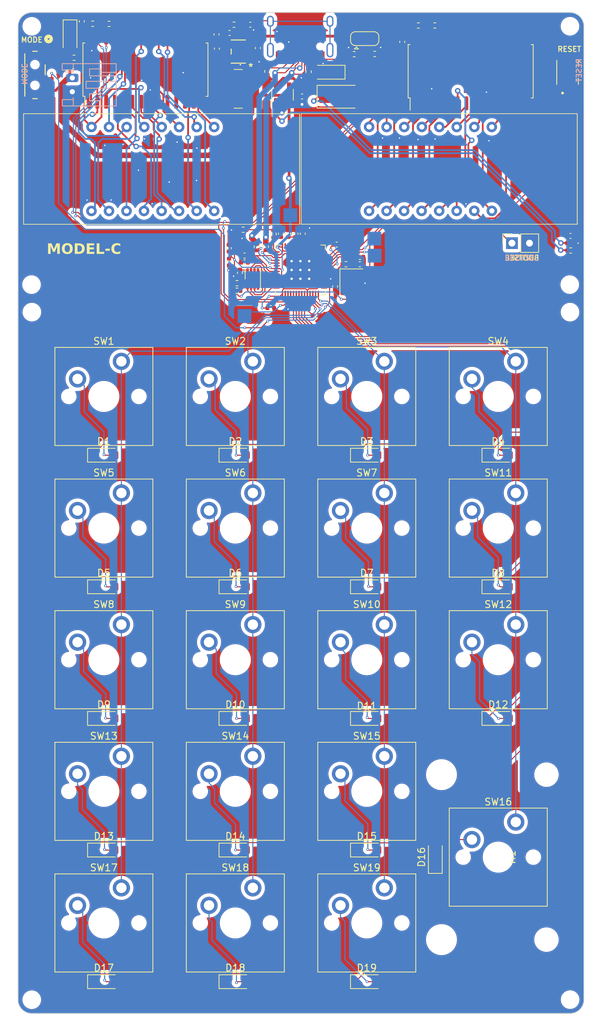
<source format=kicad_pcb>
(kicad_pcb (version 20221018) (generator pcbnew)
  (title_block (title "Model-C - Calculator numpad combo with mechanical switches") (date "2025-01-19") (rev "v2.0") (company "Design by Brian Hill (@TrojanPinata)"))
  (layers (0 "F.Cu" signal) (31 "B.Cu" signal) (34 "B.Paste" user) (35 "F.Paste" user) (36 "B.SilkS" user "B.Silkscreen") (37 "F.SilkS" user "F.Silkscreen") (38 "B.Mask" user) (39 "F.Mask" user) (44 "Edge.Cuts" user))
  (net 0 "")
  (net 1 "GND")
  (net 2 "+3V3")
  (net 3 "/XIN")
  (net 4 "Net-(C4-Pad1)")
  (net 5 "Net-(USB1-SHIELD)")
  (net 6 "+1V1")
  (net 7 "Net-(U3-ADC_AVDD)")
  (net 8 "Net-(D22-K)")
  (net 9 "/row0")
  (net 10 "Net-(D1-A)")
  (net 11 "Net-(D2-A)")
  (net 12 "Net-(D3-A)")
  (net 13 "Net-(D4-A)")
  (net 14 "/row1")
  (net 15 "Net-(D5-A)")
  (net 16 "Net-(D6-A)")
  (net 17 "Net-(D7-A)")
  (net 18 "Net-(D8-A)")
  (net 19 "/row2")
  (net 20 "Net-(D9-A)")
  (net 21 "Net-(D10-A)")
  (net 22 "Net-(D11-A)")
  (net 23 "Net-(D12-A)")
  (net 24 "/row3")
  (net 25 "Net-(D13-A)")
  (net 26 "Net-(D14-A)")
  (net 27 "Net-(D15-A)")
  (net 28 "Net-(D16-A)")
  (net 29 "/row4")
  (net 30 "Net-(D17-A)")
  (net 31 "Net-(D18-A)")
  (net 32 "Net-(D19-A)")
  (net 33 "VSYS")
  (net 34 "VBUS")
  (net 35 "Net-(D23-K)")
  (net 36 "/USB_BOOT")
  (net 37 "/QSPI_SS")
  (net 38 "+5V")
  (net 39 "Net-(USB1-CC1)")
  (net 40 "Net-(USB1-CC2)")
  (net 41 "/ADC_VREF")
  (net 42 "Net-(U3-USB_DP)")
  (net 43 "/USB_DP")
  (net 44 "Net-(U3-USB_DM)")
  (net 45 "/USB_DN")
  (net 46 "Net-(U4-STAT)")
  (net 47 "/RUN")
  (net 48 "/col0")
  (net 49 "/col1")
  (net 50 "/col2")
  (net 51 "/col3")
  (net 52 "Net-(U3-SWCLK)")
  (net 53 "Net-(U3-SWD)")
  (net 54 "/QSPI_SD1")
  (net 55 "/QSPI_SD2")
  (net 56 "/QSPI_SD0")
  (net 57 "/QSPI_SCLK")
  (net 58 "/QSPI_SD3")
  (net 59 "/SDA")
  (net 60 "/SCL")
  (net 61 "Net-(D20-K)")
  (net 62 "Net-(D20-A)")
  (net 63 "Net-(IC1-COM0{slash}AD)")
  (net 64 "Net-(IC1-COM1{slash}KS0)")
  (net 65 "Net-(IC1-COM2{slash}KS1)")
  (net 66 "Net-(IC1-COM3{slash}KS2)")
  (net 67 "Net-(IC1-COM4)")
  (net 68 "Net-(IC1-COM5)")
  (net 69 "Net-(IC1-COM6)")
  (net 77 "Net-(JP2-B)")
  (net 78 "Net-(JP2-A)")
  (net 79 "Net-(JP2-C)")
  (net 83 "Net-(IC1-ROW8{slash}K6)")
  (net 84 "Net-(IC1-ROW7{slash}K5)")
  (net 85 "Net-(IC1-ROW6{slash}K4)")
  (net 86 "Net-(IC1-ROW5{slash}K3)")
  (net 87 "Net-(IC1-ROW4{slash}K2)")
  (net 88 "Net-(IC1-ROW3{slash}K1)")
  (net 89 "Net-(IC1-ROW2{slash}A0)")
  (net 90 "Net-(IC1-ROW1{slash}A1)")
  (net 91 "Net-(IC2-COM1{slash}KS0)")
  (net 92 "Net-(IC2-COM2{slash}KS1)")
  (net 93 "Net-(IC2-COM3{slash}KS2)")
  (net 94 "Net-(IC2-COM4)")
  (net 95 "Net-(IC2-COM5)")
  (net 96 "Net-(IC2-COM6)")
  (net 105 "Net-(IC2-ROW8{slash}K6)")
  (net 106 "Net-(IC2-ROW7{slash}K5)")
  (net 107 "Net-(IC2-ROW6{slash}K4)")
  (net 108 "Net-(IC2-ROW5{slash}K3)")
  (net 109 "Net-(IC2-ROW4{slash}K2)")
  (net 110 "Net-(IC2-ROW3{slash}K1)")
  (net 111 "Net-(IC2-ROW2{slash}A0)")
  (net 112 "Net-(IC2-ROW1{slash}A1)")
  (net 113 "Net-(U5-LX)")
  (net 114 "/XOUT")
  (net 115 "Net-(IC2-ROW0{slash}A2)")
  (net 116 "Net-(IC1-ROW0{slash}A2)")
  (net 117 "Net-(U3-GPIO2)")
  (net 135 "/mode")
  (footprint "PCM_Switch_Keyboard_Cherry_MX:SW_Cherry_MX_PCB_1.00u" (layer "F.Cu") (at 77.323 80.222)
    (fp_text reference "SW2")
    (fp_text value "SW_SPST")
  )
  (footprint "footprints:GW_XC9140C501MR-G_TOR" (layer "F.Cu") (at 77.753 30.307 180)
    (fp_text reference "U5" hide)
    (fp_text value "XC9140")
  )
  (footprint "Resistor_SMD:R_0402_1005Metric" (layer "F.Cu") (at 97.521 30.648 180)
    (fp_text reference "R15" hide)
    (fp_text value "2k")
  )
  (footprint "PCM_Switch_Keyboard_Cherry_MX:SW_Cherry_MX_PCB_1.00u" (layer "F.Cu") (at 96.373 137.372)
    (fp_text reference "SW15")
    (fp_text value "SW_SPST")
  )
  (footprint "" (layer "F.Cu") (at 125.823 68.017)
    (fp_text reference "")
    (fp_text value "")
  )
  (footprint "Resistor_SMD:R_0402_1005Metric" (layer "F.Cu") (at 56.652 26.274 180)
    (fp_text reference "R17" hide)
    (fp_text value "10k")
  )
  (footprint "EVQ-P7A01P:SW_EVQ-P7A01P" (layer "F.Cu") (at 125.465 33.311 90)
    (fp_text reference "S2" hide)
    (fp_text value "RESET")
  )
  (footprint "RP2040_minimal:RP2040-QFN-56" (layer "F.Cu") (at 86.753 61.9145 90)
    (fp_text reference "U3" hide)
    (fp_text value "RP2040")
  )
  (footprint "Diode_SMD:D_SOD-123" (layer "F.Cu") (at 53.372 28.082 -90)
    (fp_text reference "D20" hide)
    (fp_text value "1N4148")
  )
  (footprint "Capacitor_SMD:C_0402_1005Metric" (layer "F.Cu") (at 83.929 56.667 90)
    (fp_text reference "C10" hide)
    (fp_text value "2.2uF")
  )
  (footprint "Diode_SMD:D_SOD-123" (layer "F.Cu") (at 77.323 145.872)
    (fp_text reference "D14")
    (fp_text value "D")
  )
  (footprint "Resistor_SMD:R_0402_1005Metric" (layer "F.Cu") (at 87.94 33.215 -90)
    (fp_text reference "R6" hide)
    (fp_text value "5.1k")
  )
  (footprint "" (layer "F.Cu") (at 47.793 64.036)
    (fp_text reference "")
    (fp_text value "")
  )
  (footprint "Diode_SMD:D_SOD-123" (layer "F.Cu") (at 58.273 107.772)
    (fp_text reference "D5")
    (fp_text value "D")
  )
  (footprint "Diode_SMD:D_SOD-123" (layer "F.Cu") (at 96.373 126.822)
    (fp_text reference "D11")
    (fp_text value "D")
  )
  (footprint "Diode_SMD:D_SOD-123" (layer "F.Cu") (at 77.323 88.722)
    (fp_text reference "D2")
    (fp_text value "D")
  )
  (footprint "Resistor_SMD:R_0402_1005Metric" (layer "F.Cu") (at 106.233 26.528 180)
    (fp_text reference "R20" hide)
    (fp_text value "4.7k")
  )
  (footprint "Diode_SMD:D_SOD-123" (layer "F.Cu") (at 77.323 164.922)
    (fp_text reference "D18")
    (fp_text value "D")
  )
  (footprint "HRO-TYPE-C31-M-12:HRO-TYPE-C-31-M-12" (layer "F.Cu") (at 86.721 23.317 180)
    (fp_text reference "USB1" hide)
    (fp_text value "HRO-TYPE-C-31-M-12" hide)
  )
  (footprint "Capacitor_SMD:C_0402_1005Metric" (layer "F.Cu") (at 86.996 36.803)
    (fp_text reference "C2" hide)
    (fp_text value "10uF")
  )
  (footprint "Capacitor_SMD:C_0402_1005Metric" (layer "F.Cu") (at 80.596 29.794 -90)
    (fp_text reference "C22" hide)
    (fp_text value "4.7uF")
  )
  (footprint "Diode_SMD:D_SOD-123" (layer "F.Cu") (at 77.323 126.822)
    (fp_text reference "D10")
    (fp_text value "D")
  )
  (footprint "PCM_Switch_Keyboard_Cherry_MX:SW_Cherry_MX_PCB_1.00u" (layer "F.Cu") (at 58.273 137.372)
    (fp_text reference "SW13")
    (fp_text value "SW_SPST")
  )
  (footprint "Resistor_SMD:R_0402_1005Metric" (layer "F.Cu") (at 53.95 31.201 180)
    (fp_text reference "R4" hide)
    (fp_text value "47k")
  )
  (footprint "Capacitor_SMD:C_0402_1005Metric" (layer "F.Cu") (at 84.992 56.665 90)
    (fp_text reference "C18" hide)
    (fp_text value "2.2uF")
  )
  (footprint "Package_SO:SOP-28_7.5x17.9mm_P1.27mm" (layer "F.Cu") (at 110.174 33.149 90)
    (property "VALUE" "HTK16K33")
    (fp_text reference "IC1" hide)
    (fp_text value "HT16K33")
  )
  (footprint "PCM_Switch_Keyboard_Cherry_MX:SW_Cherry_MX_PCB_1.00u" (layer "F.Cu") (at 77.323 156.422)
    (fp_text reference "SW18")
    (fp_text value "SW_SPST")
  )
  (footprint "" (layer "F.Cu") (at 47.843 68.017)
    (fp_text reference "")
    (fp_text value "")
  )
  (footprint "Diode_SMD:D_SOD-123" (layer "F.Cu") (at 115.423 88.722)
    (fp_text reference "D4")
    (fp_text value "D")
  )
  (footprint "PCM_Switch_Keyboard_Cherry_MX:SW_Cherry_MX_PCB_2.00u_90deg" (layer "F.Cu") (at 115.423 146.897)
    (fp_text reference "SW16")
    (fp_text value "SW_SPST")
  )
  (footprint "Resistor_SMD:R_0402_1005Metric" (layer "F.Cu") (at 103.847 26.533 180)
    (fp_text reference "R19" hide)
    (fp_text value "4.7k")
  )
  (footprint "Capacitor_SMD:C_0402_1005Metric" (layer "F.Cu") (at 76.414 60.759 -90)
    (fp_text reference "C15" hide)
    (fp_text value "0.1uF")
  )
  (footprint "Resistor_SMD:R_0402_1005Metric" (layer "F.Cu") (at 125.921 59.096 180)
    (fp_text reference "R14" hide)
    (fp_text value "330")
  )
  (footprint "footprints:MK-12C02-G020_GSW" (layer "F.Cu") (at 48.291 33.69 -90)
    (fp_text reference "SW20" hide)
    (fp_text value "SW_SPDT")
  )
  (footprint "LED_SMD:LED_0402_1005Metric" (layer "F.Cu") (at 125.904 58.041 180)
    (fp_text reference "D23" hide)
    (fp_text value "LED")
  )
  (footprint "Diode_SMD:D_SMA" (layer "F.Cu") (at 92.681 36.842)
    (fp_text reference "D22" hide)
    (fp_text value "MBRA140")
  )
  (footprint "PCM_Switch_Keyboard_Cherry_MX:SW_Cherry_MX_PCB_1.00u" (layer "F.Cu") (at 96.373 99.272)
    (fp_text reference "SW7")
    (fp_text value "SW_SPST")
  )
  (footprint "Capacitor_SMD:C_0402_1005Metric" (layer "F.Cu") (at 91.781 64.295 90)
    (fp_text reference "C3" hide)
    (fp_text value "22pF")
  )
  (footprint "PCM_Switch_Keyboard_Cherry_MX:SW_Cherry_MX_PCB_1.00u" (layer "F.Cu") (at 58.273 99.272)
    (fp_text reference "SW5")
    (fp_text value "SW_SPST")
  )
  (footprint "Connector_PinSocket_2.54mm:PinSocket_1x02_P2.54mm_Vertical" (layer "F.Cu") (at 117.409 58.034 90)
    (fp_text reference "J2" hide)
    (fp_text value "Conn_01x02_Socket")
  )
  (footprint "Capacitor_SMD:C_0402_1005Metric" (layer "F.Cu") (at 78.66025 59.8305 180)
    (fp_text reference "C9" hide)
    (fp_text value "0.1uF")
  )
  (footprint "Jumper:SolderJumper-3_P1.3mm_Open_RoundedPad1.0x1.5mm" (layer "F.Cu") (at 96.071 28.4325)
    (fp_text reference "JP2" hide)
    (fp_text value "500mA - 100mA")
  )
  (footprint "Capacitor_SMD:C_0402_1005Metric" (layer "F.Cu") (at 53.847 32.43)
    (fp_text reference "C20" hide)
    (fp_text value "4.7uF")
  )
  (footprint "Capacitor_SMD:C_0402_1005Metric" (layer "F.Cu") (at 82.452 67.418)
    (fp_text reference "C17" hide)
    (fp_text value "0.1uF")
  )
  (footprint "" (layer "F.Cu") (at 125.837 167.52)
    (fp_text reference "")
    (fp_text value "")
  )
  (footprint "Capacitor_SMD:C_0402_1005Metric" (layer "F.Cu") (at 95.357 61.084)
    (fp_text reference "C4" hide)
    (fp_text value "22pF")
  )
  (footprint "PCM_Switch_Keyboard_Cherry_MX:SW_Cherry_MX_PCB_1.00u" (layer "F.Cu") (at 96.373 118.322)
    (fp_text reference "SW10")
    (fp_text value "SW_SPST")
  )
  (footprint "" (layer "F.Cu") (at 47.826 167.532)
    (fp_text reference "")
    (fp_text value "")
  )
  (footprint "Resistor_SMD:R_0402_1005Metric" (layer "F.Cu") (at 80.434 58.567 90)
    (fp_text reference "R12" hide)
    (fp_text value "27")
  )
  (footprint "Resistor_SMD:R_0402_1005Metric" (layer "F.Cu") (at 93.352 61.084 180)
    (fp_text reference "R3" hide)
    (fp_text value "1k")
  )
  (footprint "Package_TO_SOT_SMD:SOT-23-5" (layer "F.Cu") (at 84.165 36.562 90)
    (fp_text reference "U4" hide)
    (fp_text value "MCP73831-2-OT")
  )
  (footprint "Capacitor_SMD:C_0402_1005Metric" (layer "F.Cu") (at 92.012 58.237)
    (fp_text reference "C12" hide)
    (fp_text value "0.1uF")
  )
  (footprint "Diode_SMD:D_SOD-123" (layer "F.Cu") (at 96.373 88.722)
    (fp_text reference "D3")
    (fp_text value "D")
  )
  (footprint "Capacitor_SMD:C_0402_1005Metric" (layer "F.Cu") (at 74.658 29.89 -90)
    (fp_text reference "C23" hide)
    (fp_text value "10uF")
  )
  (footprint "Capacitor_SMD:C_0402_1005Metric" (layer "F.Cu") (at 78.66325 60.8195 180)
    (fp_text reference "C7" hide)
    (fp_text value "1uF")
  )
  (footprint "Capacitor_SMD:C_0402_1005Metric" (layer "F.Cu") (at 79.498 26.42 180)
    (fp_text reference "C6" hide)
    (fp_text value "0.1uF")
  )
  (footprint "PCM_Switch_Keyboard_Cherry_MX:SW_Cherry_MX_PCB_1.00u" (layer "F.Cu") (at 77.323 118.322)
    (fp_text reference "SW9")
    (fp_text value "SW_SPST")
  )
  (footprint "Resistor_SMD:R_0402_1005Metric" (layer "F.Cu") (at 77.568 64.917 180)
    (fp_text reference "R1" hide)
    (fp_text value "1k")
  )
  (footprint "Diode_SMD:D_SOD-123" (layer "F.Cu") (at 77.323 107.772)
    (fp_text reference "D6")
    (fp_text value "D")
  )
  (footprint "Resistor_SMD:R_0402_1005Metric" (layer "F.Cu") (at 81.737 58.534 90)
    (fp_text reference "R13" hide)
    (fp_text value "27")
  )
  (footprint "Diode_SMD:D_SOD-123" (layer "F.Cu") (at 115.423 126.822)
    (fp_text reference "D12")
    (fp_text value "D")
  )
  (footprint "PCM_Switch_Keyboard_Cherry_MX:SW_Cherry_MX_PCB_1.00u" (layer "F.Cu") (at 115.423 80.222)
    (fp_text reference "SW4")
    (fp_text value "SW_SPST")
  )
  (footprint "hk:14 seg" (layer "F.Cu") (at 52.979 38.673)
    (fp_text reference "U6" hide)
    (fp_text value "14seg")
  )
  (footprint "Package_SO:SOP-28_7.5x17.9mm_P1.27mm" (layer "F.Cu") (at 63.048 32.916 90)
    (property "VALUE" "HTK16K33")
    (fp_text reference "IC2" hide)
    (fp_text value "HT16K33")
  )
  (footprint "Diode_SMD:D_SOD-123" (layer "F.Cu") (at 96.373 107.772)
    (fp_text reference "D7")
    (fp_text value "D")
  )
  (footprint "Capacitor_SMD:C_0402_1005Metric" (layer "F.Cu") (at 101.51 28.901 -90)
    (fp_text reference "C25" hide)
    (fp_text value "10uF")
  )
  (footprint "Diode_SMD:D_SOD-123" (layer "F.Cu") (at 58.273 126.822)
    (fp_text reference "D9")
    (fp_text value "D")
  )
  (footprint "Capacitor_SMD:C_0402_1005Metric" (layer "F.Cu") (at 76.486 27.607)
    (fp_text reference "C24" hide)
    (fp_text value "0.1uF")
  )
  (footprint "Inductor_SMD:L_TracoPower_TCK-047_5.2x5.8mm" (layer "F.Cu") (at 77.744 35.698)
    (fp_text reference "L1" hide)
    (fp_text value "4.7uH")
  )
  (footprint "Resistor_SMD:R_0402_1005Metric" (layer "F.Cu") (at 77.56 63.831 180)
    (fp_text reference "R2" hide)
    (fp_text value "10k")
  )
  (footprint "Capacitor_SMD:C_0402_1005Metric" (layer "F.Cu") (at 76.376 58.765 90)
    (fp_text reference "C14" hide)
    (fp_text value "0.1uF")
  )
  (footprint "PCM_Switch_Keyboard_Cherry_MX:SW_Cherry_MX_PCB_1.00u" (layer "F.Cu") (at 96.373 80.222)
    (fp_text reference "SW3")
    (fp_text value "SW_SPST")
  )
  (footprint "Capacitor_SMD:C_0402_1005Metric" (layer "F.Cu") (at 86.045 56.666 90)
    (fp_text reference "C11" hide)
    (fp_text value "0.1uF")
  )
  (footprint "PCM_Switch_Keyboard_Cherry_MX:SW_Cherry_MX_PCB_1.00u" (layer "F.Cu") (at 58.273 156.422)
    (fp_text reference "SW17")
    (fp_text value "SW_SPST")
  )
  (footprint "Capacitor_SMD:C_0402_1005Metric" (layer "F.Cu") (at 74.602 27.823 90)
    (fp_text reference "C21" hide)
    (fp_text value "10uF")
  )
  (footprint "Diode_SMD:D_SOD-123" (layer "F.Cu") (at 58.273 88.722)
    (fp_text reference "D1")
    (fp_text value "D")
  )
  (footprint "Resistor_SMD:R_0402_1005Metric" (layer "F.Cu") (at 81.969 33.173 -90)
    (fp_text reference "R7" hide)
    (fp_text value "5.1k")
  )
  (footprint "PCM_Switch_Keyboard_Cherry_MX:SW_Cherry_MX_PCB_1.00u" (layer "F.Cu") (at 77.323 137.372)
    (fp_text reference "SW14")
    (fp_text value "SW_SPST")
  )
  (footprint "Diode_SMD:D_SOD-123" (layer "F.Cu") (at 96.373 164.922)
    (fp_text reference "D19")
    (fp_text value "D")
  )
  (footprint "Crystal:Crystal_SMD_3225-4Pin_3.2x2.5mm" (layer "F.Cu") (at 94.133 63.765 -90)
    (fp_text reference "Y1" hide)
    (fp_text value "12MHz")
  )
  (footprint "Resistor_SMD:R_0402_1005Metric" (layer "F.Cu") (at 59.022 26.297 180)
    (fp_text reference "R18" hide)
    (fp_text value "10k")
  )
  (footprint "Diode_SMD:D_SOD-123" (layer "F.Cu") (at 106.299 146.8885 90)
    (fp_text reference "D16")
    (fp_text value "D")
  )
  (footprint "" (layer "F.Cu") (at 125.818 26.641)
    (fp_text reference "")
    (fp_text value "")
  )
  (footprint "Capacitor_SMD:C_0402_1005Metric" (layer "F.Cu") (at 55.076 25.934 90)
    (fp_text reference "C5" hide)
    (fp_text value "0.1uF")
  )
  (footprint "PCM_Switch_Keyboard_Cherry_MX:SW_Cherry_MX_PCB_1.00u" (layer "F.Cu") (at 58.273 80.222)
    (fp_text reference "SW1")
    (fp_text value "SW_SPST")
  )
  (footprint "Resistor_SMD:R_0402_1005Metric" (layer "F.Cu") (at 78.457 56.088)
    (fp_text reference "R10" hide)
    (fp_text value "200")
  )
  (footprint "Diode_SMD:D_SOD-123" (layer "F.Cu") (at 96.373 145.872)
    (fp_text reference "D15")
    (fp_text value "D")
  )
  (footprint "PCM_Switch_Keyboard_Cherry_MX:SW_Cherry_MX_PCB_1.00u" (layer "F.Cu") (at 77.323 99.272)
    (fp_text reference "SW6")
    (fp_text value "SW_SPST")
  )
  (footprint "Capacitor_SMD:C_0402_1005Metric" (layer "F.Cu") (at 125.895 56.989)
    (fp_text reference "C19" hide)
    (fp_text value "4.7uF")
  )
  (footprint "hk:14 seg" (layer "F.Cu") (at 93.204 38.663)
    (fp_text reference "U2" hide)
    (fp_text value "14seg")
  )
  (footprint "Capacitor_SMD:C_0402_1005Metric" (layer "F.Cu") (at 87.101 56.669 90)
    (fp_text reference "C13" hide)
    (fp_text value "0.1uF")
  )
  (footprint "Resistor_SMD:R_0402_1005Metric" (layer "F.Cu") (at 82.863 56.706 -90)
    (fp_text reference "R11" hide)
    (fp_text value "1")
  )
  (footprint "PCM_Switch_Keyboard_Cherry_MX:SW_Cherry_MX_PCB_1.00u" (layer "F.Cu") (at 115.423 118.322)
    (fp_text reference "SW12")
    (fp_text value "SW_SPST")
  )
  (footprint "" (layer "F.Cu") (at 47.824 26.65)
    (fp_text reference "")
    (fp_text value "")
  )
  (footprint "PCM_Switch_Keyboard_Cherry_MX:SW_Cherry_MX_PCB_1.00u" (layer "F.Cu") (at 58.273 118.322)
    (fp_text reference "SW8")
    (fp_text value "SW_SPST")
  )
  (footprint "Capacitor_SMD:C_0402_1005Metric" (layer "F.Cu") (at 95.377 60.028)
    (fp_text reference "C8" hide)
    (fp_text value "0.1uF")
  )
  (footprint "PCM_Mounting_Keyboard_Stabilizer:Stabilizer_Cherry_MX_2.00u" (layer "F.Cu") (at 115.423 146.897 -90)
    (fp_text reference "H1")
    (fp_text value "Stabilizer")
  )
  (footprint "Package_SON:SON-8-1EP_3x2mm_P0.5mm_EP1.4x1.6mm" (layer "F.Cu") (at 79.85325 63.2195 90)
    (fp_text reference "U1" hide)
    (fp_text value "W25Q16JVUXIQ")
  )
  (footprint "" (layer "F.Cu") (at 125.785 64.034)
    (fp_text reference "")
    (fp_text value "")
  )
  (footprint "PCM_Switch_Keyboard_Cherry_MX:SW_Cherry_MX_PCB_1.00u" (layer "F.Cu") (at 96.373 156.422)
    (fp_text reference "SW19")
    (fp_text value "SW_SPST")
  )
  (footprint "Capacitor_SMD:C_0402_1005Metric" (layer "F.Cu") (at 89.007 68.473)
    (fp_text reference "C16" hide)
    (fp_text value "0.1uF")
  )
  (footprint "Capacitor_SMD:C_0402_1005Metric" (layer "F.Cu") (at 77.98625 62.3405 90)
    (fp_text reference "C1" hide)
    (fp_text value "0.1uF")
  )
  (footprint "Diode_SMD:D_SOD-123" (layer "F.Cu") (at 115.423 107.772)
    (fp_text reference "D8")
    (fp_text value "D")
  )
  (footprint "Diode_SMD:D_SOD-123" (layer "F.Cu") (at 90.8615 33.294 180)
    (fp_text reference "D21" hide)
    (fp_text value "1N4002W")
  )
  (footprint "Diode_SMD:D_SOD-123" (layer "F.Cu") (at 58.273 145.872)
    (fp_text reference "D13")
    (fp_text value "D")
  )
  (footprint "PCM_Switch_Keyboard_Cherry_MX:SW_Cherry_MX_PCB_1.00u" (layer "F.Cu") (at 115.423 99.272)
    (fp_text reference "SW11")
    (fp_text value "SW_SPST")
  )
  (footprint "Resistor_SMD:R_0402_1005Metric" (layer "F.Cu") (at 94.545 30.679)
    (fp_text reference "R16" hide)
    (fp_text value "10k")
  )
  (footprint "Diode_SMD:D_SOD-123" (layer "F.Cu") (at 58.273 164.922)
    (fp_text reference "D17")
    (fp_text value "D")
  )
  (footprint "Resistor_SMD:R_0402_1005Metric" (layer "F.Cu") (at 77.126 26.419)
    (fp_text reference "R8" hide)
    (fp_text value "10k")
  )
  (footprint "Connector_JST:JST_PH_S2B-PH-K_1x02_P2.00mm_Horizontal" (layer "B.Cu") (at 53.702 34.116 -90)
    (fp_text reference "J1" hide)
    (fp_text value "Batt")
  )
  (footprint "libraries:CustomTestPoint" (layer "B.Cu") (at 88.291 54 180)
    (fp_text reference "TP3")
    (fp_text value "TestPoint")
  )
  (footprint "libraries:CustomTestPoint" (layer "B.Cu") (at 97.509 59.851 180)
    (fp_text reference "TP1")
    (fp_text value "TestPoint")
  )
  (footprint "libraries:CustomTestPoint" (layer "B.Cu") (at 78.649 68.575 180)
    (fp_text reference "TP4")
    (fp_text value "TestPoint")
  )
  (footprint "libraries:CustomTestPoint" (layer "B.Cu") (at 85.3 54.002 180)
    (fp_text reference "TP9")
    (fp_text value "TestPoint")
  )
  (footprint "libraries:CustomTestPoint" (layer "B.Cu") (at 97.47 57.377 180)
    (fp_text reference "TP2")
    (fp_text value "TestPoint")
  )
  (gr_line (start 125.833 24.644) (end 47.833 24.644) (stroke (width 0.1)) (layer "Edge.Cuts"))
  (gr_line (start 47.833 169.524) (end 125.833 169.524) (stroke (width 0.1)) (layer "Edge.Cuts"))
  (gr_line (start 45.833 26.644) (end 45.833 167.524) (stroke (width 0.1)) (layer "Edge.Cuts"))
  (gr_line (start 127.833 26.644) (end 127.833 167.524) (stroke (width 0.1)) (layer "Edge.Cuts"))
  (gr_arc (start 45.833 26.644) (mid 46.418786 25.229786) (end 47.833 24.644) (stroke (width 0.1)) (layer "Edge.Cuts"))
  (gr_arc (start 127.833 167.524) (mid 127.247214 168.938214) (end 125.833 169.524) (stroke (width 0.1)) (layer "Edge.Cuts"))
  (gr_arc (start 47.833 169.524) (mid 46.418786 168.938214) (end 45.833 167.524) (stroke (width 0.1)) (layer "Edge.Cuts"))
  (gr_arc (start 125.833 24.644) (mid 127.247214 25.229786) (end 127.833 26.644) (stroke (width 0.1)) (layer "Edge.Cuts"))
  (gr_text "RESET" (at 127.567 31.218 90) (layer "B.SilkS") (effects (font (size 0.75 0.75)) (justify left bottom mirror)))
  (gr_text "BOOTSEL" (at 116.278 60.614) (layer "B.SilkS") (effects (font (size 0.75 0.75)) (justify left bottom)))
  (gr_text "MODE" (at 46.298 35.182 -90) (layer "B.SilkS") (effects (font (size 0.75 0.75)) (justify left bottom mirror)))
  (gr_text "MODEL-C" (at 49.992 59.844) (layer "F.SilkS") (effects (font (size 1.5 1.5) (thickness 0.3) bold) (justify left bottom)))
  (gr_text "BOOTSEL" (at 121.441 60.608) (layer "F.SilkS") (effects (font (size 0.75 0.75)) (justify left bottom mirror)))
  (gr_text "MODE" (at 46.193 29.048) (layer "F.SilkS") (effects (font (size 0.75 0.75)) (justify left bottom)))
  (gr_text "RESET" (at 123.928 30.395) (layer "F.SilkS") (effects (font (size 0.75 0.75)) (justify left bottom)))
  (segment (start 91.068448 63.128494) (end 90.903 63.128494) (width 0.15) (layer "F.Cu") (net 1))
  (segment (start 80.60325 64.507) (end 80.60325 63.9695) (width 0.15) (layer "F.Cu") (net 1))
  (segment (start 74.658 30.37) (end 76.909649 30.37) (width 0.15) (layer "F.Cu") (net 1))
  (segment (start 55.024 33.127) (end 55.024 35.342) (width 0.25) (layer "F.Cu") (net 1))
  (segment (start 80.596 30.274) (end 80.596 31.616) (width 0.4) (layer "F.Cu") (net 1))
  (segment (start 90.903 63.128494) (end 90.689006 62.9145) (width 0.15) (layer "F.Cu") (net 1))
  (segment (start 54.327 32.43) (end 55.024 33.127) (width 0.25) (layer "F.Cu") (net 1))
  (segment (start 103.189 36.799001) (end 104.291001 35.697) (width 0.15) (layer "F.Cu") (net 1))
  (segment (start 80.563 30.307) (end 80.596 30.274) (width 0.4) (layer "F.Cu") (net 1))
  (segment (start 87.563 34.102) (end 86.889 34.102) (width 0.15) (layer "F.Cu") (net 1))
  (segment (start 81.374 33.088) (end 81.374 32.394) (width 0.15) (layer "F.Cu") (net 1))
  (segment (start 81.374 32.394) (end 80.767 31.787) (width 0.15) (layer "F.Cu") (net 1))
  (segment (start 89.946 31.945) (end 90.039 32.038) (width 0.15) (layer "F.Cu") (net 1))
  (segment (start 55.024 35.342) (end 54.25 36.116) (width 0.25) (layer "F.Cu") (net 1))
  (segment (start 76.909649 30.37) (end 78.046 31.506351) (width 0.15) (layer "F.Cu") (net 1))
  (segment (start 81.969 33.683) (end 81.374 33.088) (width 0.15) (layer "F.Cu") (net 1))
  (segment (start 84.165 39.055) (end 84.062 39.158) (width 0.25) (layer "F.Cu") (net 1))
  (segment (start 84.165 37.6995) (end 84.165 39.055) (width 0.25) (layer "F.Cu") (net 1))
  (segment (start 103.189 37.799) (end 103.189 36.799001) (width 0.15) (layer "F.Cu") (net 1))
  (segment (start 80.596 31.616) (end 80.767 31.787) (width 0.4) (layer "F.Cu") (net 1))
  (segment (start 79.778 27.18) (end 79.018 26.42) (width 0.15) (layer "F.Cu") (net 1))
  (segment (start 94.983 62.69) (end 96.122 63.829) (width 0.15) (layer "F.Cu") (net 1))
  (segment (start 78.046 31.506351) (end 78.046 32.21) (width 0.15) (layer "F.Cu") (net 1))
  (segment (start 54.25 36.116) (end 53.702 36.116) (width 0.25) (layer "F.Cu") (net 1))
  (segment (start 87.94 33.725) (end 87.563 34.102) (width 0.15) (layer "F.Cu") (net 1))
  (segment (start 90.356 31.422) (end 93.292 31.422) (width 0.15) (layer "F.Cu") (net 1))
  (segment (start 90.689006 62.9145) (end 90.1905 62.9145) (width 0.15) (layer "F.Cu") (net 1))
  (segment (start 89.946 31.012) (end 89.946 31.945) (width 0.15) (layer "F.Cu") (net 1))
  (segment (start 91.139477 63.199523) (end 91.068448 63.128494) (width 0.15) (layer "F.Cu") (net 1))
  (segment (start 80.60325 63.9695) (end 79.85325 63.2195) (width 0.15) (layer "F.Cu") (net 1))
  (segment (start 56.347 34.101) (end 56.063 34.385) (width 0.25) (layer "F.Cu") (net 1))
  (segment (start 56.063 34.385) (end 56.063 37.566) (width 0.25) (layer "F.Cu") (net 1))
  (segment (start 79.967 27.18) (end 79.778 27.18) (width 0.15) (layer "F.Cu") (net 1))
  (segment (start 76.414 61.239) (end 76.414 61.914) (width 0.15) (layer "F.Cu") (net 1))
  (segment (start 93.292 31.422) (end 94.035 30.679) (width 0.15) (layer "F.Cu") (net 1))
  (segment (start 77.0785 62.8205) (end 77.07 62.812) (width 0.15) (layer "F.Cu") (net 1))
  (segment (start 79.15 30.307) (end 80.563 30.307) (width 0.4) (layer "F.Cu") (net 1))
  (segment (start 89.946 31.012) (end 90.356 31.422) (width 0.15) (layer "F.Cu") (net 1))
  (segment (start 94.983 62.665) (end 94.983 62.69) (width 0.15) (layer "F.Cu") (net 1))
  (segment (start 104.291001 35.697) (end 105.779 35.697) (width 0.15) (layer "F.Cu") (net 1))
  (segment (start 76.414 61.914) (end 76.353 61.975) (width 0.15) (layer "F.Cu") (net 1))
  (segment (start 77.98625 62.8205) (end 77.0785 62.8205) (width 0.15) (layer "F.Cu") (net 1))
  (via (at 78.297 57.339) (size 0.4) (drill 0.2) (layers "F.Cu" "B.Cu") (net 1))
  (via (at 63.76 34.463) (size 0.4) (drill 0.2) (layers "F.Cu" "B.Cu") (net 1))
  (via (at 83.355 27.403) (size 0.4) (drill 0.2) (layers "F.Cu" "B.Cu") (net 1))
  (via (at 77.07 62.812) (size 0.4) (drill 0.2) (layers "F.Cu" "B.Cu") (net 1))
  (via (at 76.768 56.127) (size 0.4) (drill 0.2) (layers "F.Cu" "B.Cu") (net 1))
  (via (at 65.269 52.334) (size 0.4) (drill 0.2) (layers "F.Cu" "B.Cu") (net 1))
  (via (at 90.039 32.038) (size 0.4) (drill 0.2) (layers "F.Cu" "B.Cu") (net 1))
  (via (at 113.703 36.188) (size 0.4) (drill 0.2) (layers "F.Cu" "B.Cu") (net 1))
  (via (at 71.752 44.279) (size 0.4) (drill 0.2) (layers "F.Cu" "B.Cu") (net 1))
  (via (at 93.735 29.725) (size 0.4) (drill 0.2) (layers "F.Cu" "B.Cu") (net 1))
  (via (at 105.779 35.697) (size 0.4) (drill 0.2) (layers "F.Cu" "B.Cu") (net 1))
  (via (at 91.139477 63.199523) (size 0.4) (drill 0.2) (layers "F.Cu" "B.Cu") (net 1))
  (via (at 80.767 31.787) (size 0.4) (drill 0.2) (layers "F.Cu" "B.Cu") (net 1))
  (via (at 86.889 34.102) (size 0.4) (drill 0.2) (layers "F.Cu" "B.Cu") (net 1))
  (via (at 78.046 32.21) (size 0.4) (drill 0.2) (layers "F.Cu" "B.Cu") (net 1))
  (via (at 68.89 43.408) (size 0.4) (drill 0.2) (layers "F.Cu" "B.Cu") (net 1))
  (via (at 67.747 49.187) (size 0.4) (drill 0.2) (layers "F.Cu" "B.Cu") (net 1))
  (via (at 85.071 28.923) (size 0.4) (drill 0.2) (layers "F.Cu" "B.Cu") (net 1))
  (via (at 56.347 34.101) (size 0.4) (drill 0.2) (layers "F.Cu" "B.Cu") (net 1))
  (via (at 106.278 42.964) (size 0.4) (drill 0.2) (layers "F.Cu" "B.Cu") (net 1))
  (via (at 76.353 61.975) (size 0.4) (drill 0.2) (layers "F.Cu" "B.Cu") (net 1))
  (via (at 98.655 42.822) (size 0.4) (drill 0.2) (layers "F.Cu" "B.Cu") (net 1))
  (via (at 56.521 30.179) (size 0.4) (drill 0.2) (layers "F.Cu" "B.Cu") (net 1))
  (via (at 103.784 43.036) (size 0.4) (drill 0.2) (layers "F.Cu" "B.Cu") (net 1))
  (via (at 79.967 27.18) (size 0.4) (drill 0.2) (layers "F.Cu" "B.Cu") (net 1))
  (via (at 84.968 67.573) (size 0.4) (drill 0.2) (layers "F.Cu" "B.Cu") (net 1))
  (via (at 61.053 43.74) (size 0.4) (drill 0.2) (layers "F.Cu" "B.Cu") (net 1))
  (via (at 55.825 51.799) (size 0.4) (drill 0.2) (layers "F.Cu" "B.Cu") (net 1))
  (via (at 96.122 63.829) (size 0.4) (drill 0.2) (layers "F.Cu" "B.Cu") (net 1))
  (via (at 88.082 55.85) (size 0.4) (drill 0.2) (layers "F.Cu" "B.Cu") (net 1))
  (via (at 58.421 43.883) (size 0.4) (drill 0.2) (layers "F.Cu" "B.Cu") (net 1))
  (via (at 69.761 33.361) (size 0.4) (drill 0.2) (layers "F.Cu" "B.Cu") (net 1))
  (via (at 59.324 51.783) (size 0.4) (drill 0.2) (layers "F.Cu" "B.Cu") (net 1))
  (via (at 110.739 52.337) (size 0.4) (drill 0.2) (layers "F.Cu" "B.Cu") (net 1))
  (via (at 114.079 43.214) (size 0.4) (drill 0.2) (layers "F.Cu" "B.Cu") (net 1))
  (via (at 71.705 48.965) (size 0.4) (drill 0.2) (layers "F.Cu" "B.Cu") (net 1))
  (via (at 63.282 47.477) (size 0.4) (drill 0.2) (layers "F.Cu" "B.Cu") (net 1))
  (via (at 64.995 35.856) (size 0.4) (drill 0.2) (layers "F.Cu" "B.Cu") (net 1))
  (via (at 84.062 39.158) (size 0.8) (drill 0.4) (layers "F.Cu" "B.Cu") (net 1))
  (via (at 98.387 29.712) (size 0.4) (drill 0.2) (layers "F.Cu" "B.Cu") (net 1))
  (via (at 101.113 42.822) (size 0.4) (drill 0.2) (layers "F.Cu" "B.Cu") (net 1))
  (via (at 64.129 42.929) (size 0.4) (drill 0.2) (layers "F.Cu" "B.Cu") (net 1))
  (via (at 86.986 37.948) (size 0.8) (drill 0.4) (layers "F.Cu" "B.Cu") (net 1))
  (segment (start 54.332 36.116) (end 56.347 34.101) (width 0.25) (layer "B.Cu") (net 1))
  (segment (start 77.98 57.339) (end 78.297 57.339) (width 0.15) (layer "B.Cu") (net 1))
  (segment (start 90.039 32.038) (end 88.953 32.038) (width 0.15) (layer "B.Cu") (net 1))
  (segment (start 79.967 27.18) (end 80.767 27.98) (width 0.15) (layer "B.Cu") (net 1))
  (segment (start 80.344 32.21) (end 80.767 31.787) (width 0.15) (layer "B.Cu") (net 1))
  (segment (start 86.889 37.851) (end 86.889 34.102) (width 0.15) (layer "B.Cu") (net 1))
  (segment (start 86.986 37.948) (end 85.272 37.948) (width 0.25) (layer "B.Cu") (net 1))
  (segment (start 86.986 37.948) (end 86.889 37.851) (width 0.15) (layer "B.Cu") (net 1))
  (segment (start 76.353 62.095) (end 77.07 62.812) (width 0.15) (layer "B.Cu") (net 1))
  (segment (start 78.046 32.21) (end 80.344 32.21) (width 0.15) (layer "B.Cu") (net 1))
  (segment (start 76.768 56.127) (end 77.98 57.339) (width 0.15) (layer "B.Cu") (net 1))
  (segment (start 76.353 61.975) (end 76.353 62.095) (width 0.15) (layer "B.Cu") (net 1))
  (segment (start 53.702 36.116) (end 54.332 36.116) (width 0.25) (layer "B.Cu") (net 1))
  (segment (start 80.767 27.98) (end 80.767 31.787) (width 0.15) (layer "B.Cu") (net 1))
  (segment (start 85.272 37.948) (end 84.062 39.158) (width 0.25) (layer "B.Cu") (net 1))
  (segment (start 88.953 32.038) (end 86.889 34.102) (width 0.15) (layer "B.Cu") (net 1))
  (segment (start 76.501 60.279) (end 76.78075 59.99925) (width 0.15) (layer "F.Cu") (net 2))
  (segment (start 57.182629 45.324) (end 73.593 45.324) (width 0.8) (layer "F.Cu") (net 2))
  (segment (start 84.366994 64.6395) (end 84.028 64.300506) (width 0.15) (layer "F.Cu") (net 2))
  (segment (start 88.527 68.473) (end 87.753 67.699) (width 0.15) (layer "F.Cu") (net 2))
  (segment (start 84.986494 57.145) (end 84.153 57.978494) (width 0.15) (layer "F.Cu") (net 2))
  (segment (start 91.848974 61.043) (end 91.177474 61.7145) (width 0.15) (layer "F.Cu") (net 2))
  (segment (start 84.031 58.599) (end 84.153 58.477) (width 0.15) (layer "F.Cu") (net 2))
  (segment (start 85.115 37.6995) (end 85.115 48.604) (width 0.4) (layer "F.Cu") (net 2))
  (segment (start 73.593 45.324) (end 79.669 39.248) (width 0.8) (layer "F.Cu") (net 2))
  (segment (start 83.814006 59.7145) (end 83.3155 59.7145) (width 0.15) (layer "F.Cu") (net 2))
  (segment (start 91.15573 58.97673) (end 91.15573 58.61327) (width 0.15) (layer "F.Cu") (net 2))
  (segment (start 87.753 64.853494) (end 87.753 65.352) (width 0.15) (layer "F.Cu") (net 2))
  (segment (start 79.669 39.248) (end 79.669 35.698) (width 0.8) (layer "F.Cu") (net 2))
  (segment (start 79.10325 61.932) (end 78.05775 61.932) (width 0.15) (layer "F.Cu") (net 2))
  (segment (start 52.153 40.294371) (end 57.182629 45.324) (width 0.8) (layer "F.Cu") (net 2))
  (segment (start 87.101 57.149) (end 87.753 57.801) (width 0.15) (layer "F.Cu") (net 2))
  (segment (start 84.028 64.300506) (end 84.028 61.928494) (width 0.15) (layer "F.Cu") (net 2))
  (segment (start 86.516 36.803) (end 86.0115 36.803) (width 0.4) (layer "F.Cu") (net 2))
  (segment (start 84.055001 61.901493) (end 84.122938 61.901493) (width 0.15) (layer "F.Cu") (net 2))
  (segment (start 89.1465 64.6395) (end 87.966994 64.6395) (width 0.15) (layer "F.Cu") (net 2))
  (segment (start 76.558 62.5) (end 77.1975 61.8605) (width 0.15) (layer "F.Cu") (net 2))
  (segment (start 80.596 29.314) (end 79.192999 29.314) (width 0.4) (layer "F.Cu") (net 2))
  (segment (start 81.215 67.428) (end 81.962 67.428) (width 0.15) (layer "F.Cu") (net 2))
  (segment (start 76.78075 59.99925) (end 76.376 59.5945) (width 0.15) (layer "F.Cu") (net 2))
  (segment (start 83.7885 65.7165) (end 84.153 65.352) (width 0.15) (layer "F.Cu") (net 2))
  (segment (start 87.966994 64.6395) (end 87.753 64.853494) (width 0.15) (layer "F.Cu") (net 2))
  (segment (start 86.0115 36.803) (end 85.115 37.6995) (width 0.4) (layer "F.Cu") (net 2))
  (segment (start 84.153 64.853494) (end 84.153 65.352) (width 0.15) (layer "F.Cu") (net 2))
  (segment (start 80.608 36.637) (end 84.714999 36.637) (width 0.4) (layer "F.Cu") (net 2))
  (segment (start 84.714999 36.637) (end 85.115 37.037001) (width 0.4) (layer "F.Cu") (net 2))
  (segment (start 82.541171 61.7145) (end 82.365966 61.539295) (width 0.15) (layer "F.Cu") (net 2))
  (segment (start 52.153 35.074) (end 52.153 40.294371) (width 0.8) (layer "F.Cu") (net 2))
  (segment (start 89.478 64.308) (end 89.1465 64.6395) (width 0.15) (layer "F.Cu") (net 2))
  (segment (start 84.153 59.375506) (end 83.814006 59.7145) (width 0.15) (layer "F.Cu") (net 2))
  (segment (start 84.366994 59.1895) (end 87.539006 59.1895) (width 0.15) (layer "F.Cu") (net 2))
  (segment (start 83.3155 61.7145) (end 82.541171 61.7145) (width 0.15) (layer "F.Cu") (net 2))
  (segment (start 79.15 29.356999) (end 78.594402 29.356999) (width 0.4) (layer "F.Cu") (net 2))
  (segment (start 79.669 35.698) (end 79.669 31.776001) (width 0.4) (layer "F.Cu") (net 2))
  (segment (start 82.22 65.7165) (end 83.7885 65.7165) (width 0.15) (layer "F.Cu") (net 2))
  (segment (start 87.753 67.699) (end 87.753 65.352) (width 0.15) (layer "F.Cu") (net 2))
  (segment (start 87.539006 64.6395) (end 84.366994 64.6395) (width 0.15) (layer "F.Cu") (net 2))
  (segment (start 76.414 60.279) (end 76.501 60.279) (width 0.15) (layer "F.Cu") (net 2))
  (segment (start 85.115 37.037001) (end 85.115 37.6995) (width 0.4) (layer "F.Cu") (net 2))
  (segment (start 87.753 58.975506) (end 87.753 58.477) (width 0.15) (layer "F.Cu") (net 2))
  (segment (start 77.1975 56.8375) (end 77.1975 60.416) (width 0.15) (layer "F.Cu") (net 2))
  (segment (start 77.947 56.088) (end 77.1975 56.8375) (width 0.15) (layer "F.Cu") (net 2))
  (segment (start 78.298401 29.653) (end 78.298401 30.961) (width 0.4) (layer "F.Cu") (net 2))
  (segment (start 53.111 34.116) (end 52.153 35.074) (width 0.8) (layer "F.Cu") (net 2))
  (segment (start 84.993 57.146) (end 84.992 57.145) (width 0.15) (layer "F.Cu") (net 2))
  (segment (start 53.367 32.43) (end 53.349 32.448) (width 0.4) (layer "F.Cu") (net 2))
  (segment (start 84.153 58.975506) (end 84.366994 59.1895) (width 0.15) (layer "F.Cu") (net 2))
  (segment (start 86.045 57.146) (end 84.993 57.146) (width 0.15) (layer "F.Cu") (net 2))
  (segment (start 84.366994 64.6395) (end 84.153 64.853494) (width 0.15) (layer "F.Cu") (net 2))
  (segment (start 91.177474 61.7145) (end 90.1905 61.7145) (width 0.15) (layer "F.Cu") (net 2))
  (segment (start 84.028 61.928494) (end 83.814006 61.7145) (width 0.15) (layer "F.Cu") (net 2))
  (segment (start 77.1975 61.8605) (end 77.98625 61.8605) (width 0.15) (layer "F.Cu") (net 2))
  (segment (start 84.153 57.978494) (end 84.153 58.477) (width 0.15) (layer "F.Cu") (net 2))
  (segment (start 53.349 34.116) (end 53.111 34.116) (width 0.8) (layer "F.Cu") (net 2))
  (segment (start 84.028 61.928494) (end 84.055001 61.901493) (width 0.15) (layer "F.Cu") (net 2))
  (segment (start 83.398 58.599) (end 84.031 58.599) (width 0.15) (layer "F.Cu") (net 2))
  (segment (start 83.3155 61.7145) (end 83.3155 61.3145) (width 0.15) (layer "F.Cu") (net 2))
  (segment (start 77.05 63.831) (end 76.558 63.339) (width 0.15) (layer "F.Cu") (net 2))
  (segment (start 53.349 32.448) (end 53.349 34.116) (width 0.4) (layer "F.Cu") (net 2))
  (segment (start 79.669 35.698) (end 80.608 36.637) (width 0.4) (layer "F.Cu") (net 2))
  (segment (start 78.298401 30.961) (end 78.594402 31.257001) (width 0.4) (layer "F.Cu") (net 2))
  (segment (start 84.153 58.477) (end 84.153 58.975506) (width 0.15) (layer "F.Cu") (net 2))
  (segment (start 85.115 48.604) (end 85.09 48.629) (width 0.4) (layer "F.Cu") (net 2))
  (segment (start 92.067 61.043) (end 91.848974 61.043) (width 0.15) (layer "F.Cu") (net 2))
  (segment (start 76.376 59.5945) (end 76.376 59.245) (width 0.15) (layer "F.Cu") (net 2))
  (segment (start 76.558 63.339) (end 76.558 62.5) (width 0.15) (layer "F.Cu") (net 2))
  (segment (start 84.153 58.477) (end 84.153 59.375506) (width 0.15) (layer "F.Cu") (net 2))
  (segment (start 87.753 57.801) (end 87.753 58.477) (width 0.15) (layer "F.Cu") (net 2))
  (segment (start 78.05775 61.932) (end 77.98625 61.8605) (width 0.15) (layer "F.Cu") (net 2))
  (segment (start 87.753 64.853494) (end 87.539006 64.6395) (width 0.15) (layer "F.Cu") (net 2))
  (segment (start 83.814006 61.7145) (end 83.3155 61.7145) (width 0.15) (layer "F.Cu") (net 2))
  (segment (start 78.594402 31.257001) (end 79.15 31.257001) (width 0.4) (layer "F.Cu") (net 2))
  (segment (start 77.1975 60.416) (end 77.1975 61.8605) (width 0.15) (layer "F.Cu") (net 2))
  (segment (start 77.1975 60.416) (end 76.78075 59.99925) (width 0.15) (layer "F.Cu") (net 2))
  (segment (start 50.36618 35.9379) (end 51.2891 35.9379) (width 0.4) (layer "F.Cu") (net 2))
  (segment (start 79.192999 29.314) (end 79.15 29.356999) (width 0.4) (layer "F.Cu") (net 2))
  (segment (start 89.478 61.928494) (end 89.478 64.308) (width 0.15) (layer "F.Cu") (net 2))
  (segment (start 90.1905 61.7145) (end 89.691994 61.7145) (width 0.15) (layer "F.Cu") (net 2))
  (segment (start 91.15573 58.61327) (end 91.532 58.237) (width 0.15) (layer "F.Cu") (net 2))
  (segment (start 78.594402 29.356999) (end 78.298401 29.653) (width 0.4) (layer "F.Cu") (net 2))
  (segment (start 87.539006 59.1895) (end 87.753 58.975506) (width 0.15) (layer "F.Cu") (net 2))
  (segment (start 51.2891 35.9379) (end 52.153 35.074) (width 0.4) (layer "F.Cu") (net 2))
  (segment (start 79.669 31.776001) (end 79.15 31.257001) (width 0.4) (layer "F.Cu") (net 2))
  (segment (start 84.992 57.145) (end 84.986494 57.145) (width 0.15) (layer "F.Cu") (net 2))
  (segment (start 89.691994 61.7145) (end 89.478 61.928494) (width 0.15) (layer "F.Cu") (net 2))
  (segment (start 81.962 67.428) (end 81.972 67.418) (width 0.15) (layer "F.Cu") (net 2))
  (via (at 83.398 58.599) (size 0.4) (drill 0.2) (layers "F.Cu" "B.Cu") (net 2))
  (via (at 82.22 65.7165) (size 0.4) (drill 0.2) (layers "F.Cu" "B.Cu") (net 2))
  (via (at 91.15573 58.97673) (size 0.4) (drill 0.2) (layers "F.Cu" "B.Cu") (net 2))
  (via (at 85.09 48.629) (size 0.8) (drill 0.4) (layers "F.Cu" "B.Cu") (net 2))
  (via (at 84.122938 61.901493) (size 0.4) (drill 0.2) (layers "F.Cu" "B.Cu") (net 2))
  (via (at 92.067 61.043) (size 0.4) (drill 0.2) (layers "F.Cu" "B.Cu") (net 2))
  (via (at 82.365966 61.539295) (size 0.4) (drill 0.2) (layers "F.Cu" "B.Cu") (net 2))
  (via (at 81.215 67.428) (size 0.4) (drill 0.2) (layers "F.Cu" "B.Cu") (net 2))
  (via (at 77.1975 60.416) (size 0.4) (drill 0.2) (layers "F.Cu" "B.Cu") (net 2))
  (segment (start 92.067 59.888) (end 91.15573 58.97673) (width 0.15) (layer "B.Cu") (net 2))
  (segment (start 85.3 56.697) (end 83.398 58.599) (width 0.4) (layer "B.Cu") (net 2))
  (segment (start 81.215 66.7215) (end 81.215 67.428) (width 0.15) (layer "B.Cu") (net 2))
  (segment (start 78.320795 61.539295) (end 77.1975 60.416) (width 0.15) (layer "B.Cu") (net 2))
  (segment (start 82.365966 61.539295) (end 78.320795 61.539295) (width 0.15) (layer "B.Cu") (net 2))
  (segment (start 92.067 61.043) (end 92.067 59.888) (width 0.15) (layer "B.Cu") (net 2))
  (segment (start 85.09 48.629) (end 85.3 48.839) (width 0.4) (layer "B.Cu") (net 2))
  (segment (start 82.22 65.7165) (end 81.215 66.7215) (width 0.15) (layer "B.Cu") (net 2))
  (segment (start 85.3 54.002) (end 85.3 56.697) (width 0.4) (layer "B.Cu") (net 2))
  (segment (start 84.122938 61.901493) (end 84.122938 59.323938) (width 0.15) (layer "B.Cu") (net 2))
  (segment (start 85.3 48.839) (end 85.3 54.002) (width 0.4) (layer "B.Cu") (net 2))
  (segment (start 84.122938 59.323938) (end 83.398 58.599) (width 0.15) (layer "B.Cu") (net 2))
  (segment (start 93.933 63.815) (end 94.983 64.865) (width 0.15) (layer "F.Cu") (net 3))
  (segment (start 90.1905 62.5145) (end 91.1255 62.5145) (width 0.15) (layer "F.Cu") (net 3))
  (segment (start 91.781 63.17) (end 91.781 63.815) (width 0.15) (layer "F.Cu") (net 3))
  (segment (start 91.781 63.815) (end 93.933 63.815) (width 0.15) (layer "F.Cu") (net 3))
  (segment (start 91.1255 62.5145) (end 91.781 63.17) (width 0.15) (layer "F.Cu") (net 3))
  (segment (start 93.862 61.084) (end 93.862 62.086) (width 0.15) (layer "F.Cu") (net 4))
  (segment (start 94.877 61.084) (end 93.862 61.084) (width 0.15) (layer "F.Cu") (net 4))
  (segment (start 93.862 62.086) (end 93.283 62.665) (width 0.15) (layer "F.Cu") (net 4))
  (segment (start 82.319 25.835) (end 82.401 25.917) (width 0.15) (layer "F.Cu") (net 5))
  (segment (start 80.699 25.835) (end 82.319 25.835) (width 0.15) (layer "F.Cu") (net 5))
  (segment (start 79.978 26.42) (end 80.114 26.42) (width 0.15) (layer "F.Cu") (net 5))
  (segment (start 80.114 26.42) (end 80.699 25.835) (width 0.15) (layer "F.Cu") (net 5))
  (segment (start 77.636 26.419) (end 78.22 25.835) (width 0.15) (layer "F.Cu") (net 5))
  (segment (start 78.22 25.835) (end 80.699 25.835) (width 0.15) (layer "F.Cu") (net 5))
  (segment (start 91.041 30.097) (end 91.041 25.917) (width 0.15) (layer "B.Cu") (net 5))
  (segment (start 82.401 25.917) (end 91.041 25.917) (width 0.15) (layer "B.Cu") (net 5))
  (segment (start 82.401 25.917) (end 82.401 30.097) (width 0.15) (layer "B.Cu") (net 5))
  (segment (start 83.3155 60.1145) (end 82.816994 60.1145) (width 0.15) (layer "F.Cu") (net 6))
  (segment (start 79.14325 60.8195) (end 79.14325 60.3845) (width 0.15) (layer "F.Cu") (net 6))
  (segment (start 89.691994 61.3145) (end 90.1905 61.3145) (width 0.15) (layer "F.Cu") (net 6))
  (segment (start 89.478 61.100506) (end 89.691994 61.3145) (width 0.15) (layer "F.Cu") (net 6))
  (segment (start 79.14025 59.8305) (end 79.41875 60.109) (width 0.15) (layer "F.Cu") (net 6))
  (segment (start 91.0825 61.3145) (end 90.1905 61.3145) (width 0.15) (layer "F.Cu") (net 6))
  (segment (start 89.478 60.328494) (end 89.478 61.100506) (width 0.15) (layer "F.Cu") (net 6))
  (segment (start 82.270672 62.1145) (end 81.83325 61.677078) (width 0.15) (layer "F.Cu") (net 6))
  (segment (start 79.14325 60.3845) (end 79.41875 60.109) (width 0.15) (layer "F.Cu") (net 6))
  (segment (start 80.419698 59.842) (end 80.384 59.842) (width 0.15) (layer "F.Cu") (net 6))
  (segment (start 79.68575 59.842) (end 79.41875 60.109) (width 0.15) (layer "F.Cu") (net 6))
  (segment (start 89.478 59.825) (end 89.478 60.300506) (width 0.15) (layer "F.Cu") (net 6))
  (segment (start 81.83325 61.255551) (end 80.419698 59.842) (width 0.15) (layer "F.Cu") (net 6))
  (segment (start 80.384 59.842) (end 79.68575 59.842) (width 0.15) (layer "F.Cu") (net 6))
  (segment (start 83.3155 62.1145) (end 82.270672 62.1145) (width 0.15) (layer "F.Cu") (net 6))
  (segment (start 82.544494 59.842) (end 80.384 59.842) (width 0.15) (layer "F.Cu") (net 6))
  (segment (start 83.3155 60.1145) (end 83.908981 60.1145) (width 0.15) (layer "F.Cu") (net 6))
  (segment (start 81.83325 61.677078) (end 81.83325 61.255551) (width 0.15) (layer "F.Cu") (net 6))
  (segment (start 84.48398 59.5395) (end 89.1925 59.5395) (width 0.15) (layer "F.Cu") (net 6))
  (segment (start 89.1925 59.5395) (end 89.478 59.825) (width 0.15) (layer "F.Cu") (net 6))
  (segment (start 82.816994 60.1145) (end 82.544494 59.842) (width 0.15) (layer "F.Cu") (net 6))
  (segment (start 83.908981 60.1145) (end 84.48398 59.5395) (width 0.15) (layer "F.Cu") (net 6))
  (segment (start 94.897 60.028) (end 92.369 60.028) (width 0.15) (layer "F.Cu") (net 6))
  (segment (start 92.369 60.028) (end 91.0825 61.3145) (width 0.15) (layer "F.Cu") (net 6))
  (segment (start 82.863 57.216) (end 82.863 58.862) (width 0.15) (layer "F.Cu") (net 7))
  (segment (start 82.863 57.216) (end 83.86 57.216) (width 0.15) (layer "F.Cu") (net 7))
  (segment (start 82.863 58.862) (end 83.3155 59.3145) (width 0.15) (layer "F.Cu") (net 7))
  (segment (start 83.86 57.216) (end 83.929 57.147) (width 0.15) (layer "F.Cu") (net 7))
  (segment (start 85.1245 35.415) (end 85.115 35.4245) (width 0.4) (layer "F.Cu") (net 8))
  (segment (start 90.681 36.842) (end 89.254 35.415) (width 0.4) (layer "F.Cu") (net 8))
  (segment (start 125.415 56.989) (end 125.415 58.037) (width 0.25) (layer "F.Cu") (net 8))
  (segment (start 88.685 37.467) (end 89.31 36.842) (width 0.25) (layer "F.Cu") (net 8))
  (segment (start 89.254 35.415) (end 85.1245 35.415) (width 0.4) (layer "F.Cu") (net 8))
  (segment (start 124.4985 58.004) (end 125.382 58.004) (width 0.25) (layer "F.Cu") (net 8))
  (segment (start 89.31 36.842) (end 90.681 36.842) (width 0.25) (layer "F.Cu") (net 8))
  (via (at 88.685 37.467) (size 0.8) (drill 0.4) (layers "F.Cu" "B.Cu") (net 8))
  (via (at 124.4985 58.004) (size 0.8) (drill 0.4) (layers "F.Cu" "B.Cu") (net 8))
  (segment (start 111.934 44.566) (end 97.007 44.566) (width 0.25) (layer "B.Cu") (net 8))
  (segment (start 89.908 37.467) (end 88.685 37.467) (width 0.25) (layer "B.Cu") (net 8))
  (segment (start 97.007 44.566) (end 89.908 37.467) (width 0.25) (layer "B.Cu") (net 8))
  (segment (start 123.646 57.1515) (end 123.646 56.278) (width 0.25) (layer "B.Cu") (net 8))
  (segment (start 123.646 56.278) (end 111.934 44.566) (width 0.25) (layer "B.Cu") (net 8))
  (segment (start 124.4985 58.004) (end 123.646 57.1515) (width 0.25) (layer "B.Cu") (net 8))
  (segment (start 85.751 65.852506) (end 85.751 69.046) (width 0.15) (layer "F.Cu") (net 9))
  (segment (start 89.652 72.947) (end 118.934026 72.947) (width 0.15) (layer "F.Cu") (net 9))
  (segment (start 85.751 69.046) (end 89.652 72.947) (width 0.15) (layer "F.Cu") (net 9))
  (segment (start 122.22 82.337) (end 119.165 85.392) (width 0.15) (layer "F.Cu") (net 9))
  (segment (start 93.169 87.168) (end 94.723 88.722) (width 0.15) (layer "F.Cu") (net 9))
  (segment (start 56.623 88.722) (end 58.177 87.168) (width 0.15) (layer "F.Cu") (net 9))
  (segment (start 74.119 87.168) (end 75.673 88.722) (width 0.15) (layer "F.Cu") (net 9))
  (segment (start 119.165 85.392) (end 117.103 85.392) (width 0.15) (layer "F.Cu") (net 9))
  (segment (start 85.753 65.352) (end 85.753 65.850506) (width 0.15) (layer "F.Cu") (net 9))
  (segment (start 118.934026 72.947) (end 122.22 76.232974) (width 0.15) (layer "F.Cu") (net 9))
  (segment (start 77.227 87.168) (end 93.169 87.168) (width 0.15) (layer "F.Cu") (net 9))
  (segment (start 122.22 76.232974) (end 122.22 82.337) (width 0.15) (layer "F.Cu") (net 9))
  (segment (start 112.148 87.097) (end 113.773 88.722) (width 0.15) (layer "F.Cu") (net 9))
  (segment (start 85.753 65.850506) (end 85.751 65.852506) (width 0.15) (layer "F.Cu") (net 9))
  (segment (start 96.348 87.097) (end 112.148 87.097) (width 0.15) (layer "F.Cu") (net 9))
  (segment (start 75.673 88.722) (end 77.227 87.168) (width 0.15) (layer "F.Cu") (net 9))
  (segment (start 94.723 88.722) (end 96.348 87.097) (width 0.15) (layer "F.Cu") (net 9))
  (segment (start 58.177 87.168) (end 74.119 87.168) (width 0.15) (layer "F.Cu") (net 9))
  (segment (start 117.103 85.392) (end 113.773 88.722) (width 0.15) (layer "F.Cu") (net 9))
  (segment (start 58.368 88.722) (end 58.287 88.641) (width 0.15) (layer "F.Cu") (net 10))
  (segment (start 59.923 88.722) (end 58.368 88.722) (width 0.15) (layer "F.Cu") (net 10))
  (via (at 58.287 88.641) (size 0.4) (drill 0.2) (layers "F.Cu" "B.Cu") (net 10))
  (segment (start 58.287 85.315) (end 55.437 82.465) (width 0.15) (layer "B.Cu") (net 10))
  (segment (start 55.437 82.465) (end 55.437 78.656) (width 0.15) (layer "B.Cu") (net 10))
  (segment (start 58.287 88.641) (end 58.287 85.315) (width 0.15) (layer "B.Cu") (net 10))
  (segment (start 55.437 78.656) (end 54.463 77.682) (width 0.15) (layer "B.Cu") (net 10))
  (segment (start 77.462 88.722) (end 77.452 88.712) (width 0.15) (layer "F.Cu") (net 11))
  (segment (start 78.973 88.722) (end 77.462 88.722) (width 0.15) (layer "F.Cu") (net 11))
  (via (at 77.452 88.712) (size 0.4) (drill 0.2) (layers "F.Cu" "B.Cu") (net 11))
  (segment (start 74.389 82.181) (end 74.389 78.558) (width 0.15) (layer "B.Cu") (net 11))
  (segment (start 77.452 88.712) (end 77.452 85.244) (width 0.15) (layer "B.Cu") (net 11))
  (segment (start 74.389 78.558) (end 73.513 77.682) (width 0.15) (layer "B.Cu") (net 11))
  (segment (start 77.452 85.244) (end 74.389 82.181) (width 0.15) (layer "B.Cu") (net 11))
  (segment (start 96.509 88.722) (end 96.499 88.712) (width 0.15) (layer "F.Cu") (net 12))
  (segment (start 98.023 88.722) (end 96.509 88.722) (width 0.15) (layer "F.Cu") (net 12))
  (via (at 96.499 88.712) (size 0.4) (drill 0.2) (layers "F.Cu" "B.Cu") (net 12))
  (segment (start 96.499 84.984) (end 93.411 81.896) (width 0.15) (layer "B.Cu") (net 12))
  (segment (start 96.499 88.712) (end 96.499 84.984) (width 0.15) (layer "B.Cu") (net 12))
  (segment (start 93.411 81.896) (end 93.411 78.53) (width 0.15) (layer "B.Cu") (net 12))
  (segment (start 93.411 78.53) (end 92.563 77.682) (width 0.15) (layer "B.Cu") (net 12))
  (segment (start 115.46 88.722) (end 115.426 88.688) (width 0.15) (layer "F.Cu") (net 13))
  (segment (start 117.073 88.722) (end 115.46 88.722) (width 0.15) (layer "F.Cu") (net 13))
  (via (at 115.426 88.688) (size 0.4) (drill 0.2) (layers "F.Cu" "B.Cu") (net 13))
  (segment (start 115.426 85.22) (end 112.624 82.418) (width 0.15) (layer "B.Cu") (net 13))
  (segment (start 115.426 88.688) (end 115.426 85.22) (width 0.15) (layer "B.Cu") (net 13))
  (segment (start 112.624 82.418) (end 112.624 79.949) (width 0.15) (layer "B.Cu") (net 13))
  (segment (start 112.624 79.949) (end 111.613 78.938) (width 0.15) (layer "B.Cu") (net 13))
  (segment (start 111.613 78.938) (end 111.613 77.682) (width 0.15) (layer "B.Cu") (net 13))
  (segment (start 74.225 106.324) (end 58.071 106.324) (width 0.15) (layer "F.Cu") (net 14))
  (segment (start 58.071 106.324) (end 56.623 107.772) (width 0.15) (layer "F.Cu") (net 14))
  (segment (start 122.57 76.088) (end 122.57 100.241) (width 0.15) (layer "F.Cu") (net 14))
  (segment (start 113.773 107.772) (end 112.463 106.462) (width 0.15) (layer "F.Cu") (net 14))
  (segment (start 119.079001 72.597) (end 122.57 76.088) (width 0.15) (layer "F.Cu") (net 14))
  (segment (start 117.334 105.477) (end 115.808 105.477) (width 0.15) (layer "F.Cu") (net 14))
  (segment (start 112.463 106.462) (end 96.033 106.462) (width 0.15) (layer "F.Cu") (net 14))
  (segment (start 96.033 106.462) (end 94.723 107.772) (width 0.15) (layer "F.Cu") (net 14))
  (segment (start 86.153 65.352) (end 86.153 68.953026) (width 0.15) (layer "F.Cu") (net 14))
  (segment (start 94.723 107.772) (end 93.166 106.215) (width 0.15) (layer "F.Cu") (net 14))
  (segment (start 89.796974 72.597) (end 119.079001 72.597) (width 0.15) (layer "F.Cu") (net 14))
  (segment (start 113.773 107.512) (end 113.773 107.772) (width 0.15) (layer "F.Cu") (net 14))
  (segment (start 93.166 106.215) (end 77.23 106.215) (width 0.15) (layer "F.Cu") (net 14))
  (segment (start 75.673 107.772) (end 74.225 106.324) (width 0.15) (layer "F.Cu") (net 14))
  (segment (start 77.23 106.215) (end 75.673 107.772) (width 0.15) (layer "F.Cu") (net 14))
  (segment (start 86.153 68.953026) (end 89.796974 72.597) (width 0.15) (layer "F.Cu") (net 14))
  (segment (start 115.808 105.477) (end 113.773 107.512) (width 0.15) (layer "F.Cu") (net 14))
  (segment (start 122.57 100.241) (end 117.334 105.477) (width 0.15) (layer "F.Cu") (net 14))
  (segment (start 59.923 107.772) (end 58.658 107.772) (width 0.15) (layer "F.Cu") (net 15))
  (segment (start 58.658 107.772) (end 58.525 107.639) (width 0.15) (layer "F.Cu") (net 15))
  (via (at 58.525 107.639) (size 0.4) (drill 0.2) (layers "F.Cu" "B.Cu") (net 15))
  (segment (start 55.247 97.516) (end 54.463 96.732) (width 0.15) (layer "B.Cu") (net 15))
  (segment (start 58.525 107.639) (end 58.525 103.792) (width 0.15) (layer "B.Cu") (net 15))
  (segment (start 58.525 103.792) (end 55.247 100.514) (width 0.15) (layer "B.Cu") (net 15))
  (segment (start 55.247 100.514) (end 55.247 97.516) (width 0.15) (layer "B.Cu") (net 15))
  (segment (start 77.489 107.772) (end 77.428 107.711) (width 0.15) (layer "F.Cu") (net 16))
  (segment (start 78.973 107.772) (end 77.489 107.772) (width 0.15) (layer "F.Cu") (net 16))
  (via (at 77.428 107.711) (size 0.4) (drill 0.2) (layers "F.Cu" "B.Cu") (net 16))
  (segment (start 77.428 104.385) (end 74.27 101.227) (width 0.15) (layer "B.Cu") (net 16))
  (segment (start 74.27 101.227) (end 74.27 97.489) (width 0.15) (layer "B.Cu") (net 16))
  (segment (start 74.27 97.489) (end 73.513 96.732) (width 0.15) (layer "B.Cu") (net 16))
  (segment (start 77.428 107.711) (end 77.428 104.385) (width 0.15) (layer "B.Cu") (net 16))
  (segment (start 96.678 107.772) (end 96.617 107.711) (width 0.15) (layer "F.Cu") (net 17))
  (segment (start 98.023 107.772) (end 96.678 107.772) (width 0.15) (layer "F.Cu") (net 17))
  (via (at 96.617 107.711) (size 0.4) (drill 0.2) (layers "F.Cu" "B.Cu") (net 17))
  (segment (start 96.617 104.124) (end 93.316 100.823) (width 0.15) (layer "B.Cu") (net 17))
  (segment (start 93.316 100.823) (end 93.316 97.485) (width 0.15) (layer "B.Cu") (net 17))
  (segment (start 96.617 107.711) (end 96.617 104.124) (width 0.15) (layer "B.Cu") (net 17))
  (segment (start 93.316 97.485) (end 92.563 96.732) (width 0.15) (layer "B.Cu") (net 17))
  (segment (start 115.701 107.772) (end 115.426 107.497) (width 0.15) (layer "F.Cu") (net 18))
  (segment (start 117.073 107.772) (end 115.701 107.772) (width 0.15) (layer "F.Cu") (net 18))
  (via (at 115.426 107.497) (size 0.4) (drill 0.2) (layers "F.Cu" "B.Cu") (net 18))
  (segment (start 112.434 97.553) (end 111.613 96.732) (width 0.15) (layer "B.Cu") (net 18))
  (segment (start 115.426 103.531) (end 112.434 100.539) (width 0.15) (layer "B.Cu") (net 18))
  (segment (start 115.426 107.497) (end 115.426 103.531) (width 0.15) (layer "B.Cu") (net 18))
  (segment (start 112.434 100.539) (end 112.434 97.553) (width 0.15) (layer "B.Cu") (net 18))
  (segment (start 95.963 125.582) (end 112.533 125.582) (width 0.15) (layer "F.Cu") (net 19))
  (segment (start 76.889 125.606) (end 93.507 125.606) (width 0.15) (layer "F.Cu") (net 19))
  (segment (start 93.507 125.606) (end 94.723 126.822) (width 0.15) (layer "F.Cu") (net 19))
  (segment (start 57.958 125.487) (end 74.338 125.487) (width 0.15) (layer "F.Cu") (net 19))
  (segment (start 112.533 125.582) (end 113.773 126.822) (width 0.15) (layer "F.Cu") (net 19))
  (segment (start 86.553 68.858052) (end 89.941948 72.247) (width 0.15) (layer "F.Cu") (net 19))
  (segment (start 122.92 75.943025) (end 122.92 119.372) (width 0.15) (layer "F.Cu") (net 19))
  (segment (start 89.941948 72.247) (end 119.223976 72.247) (width 0.15) (layer "F.Cu") (net 19))
  (segment (start 56.623 126.822) (end 57.958 125.487) (width 0.15) (layer "F.Cu") (net 19))
  (segment (start 94.723 126.822) (end 95.963 125.582) (width 0.15) (layer "F.Cu") (net 19))
  (segment (start 117.215 125.077) (end 115.518 125.077) (width 0.15) (layer "F.Cu") (net 19))
  (segment (start 74.338 125.487) (end 75.673 126.822) (width 0.15) (layer "F.Cu") (net 19))
  (segment (start 115.518 125.077) (end 113.773 126.822) (width 0.15) (layer "F.Cu") (net 19))
  (segment (start 122.92 119.372) (end 117.215 125.077) (width 0.15) (layer "F.Cu") (net 19))
  (segment (start 75.673 126.822) (end 76.889 125.606) (width 0.15) (layer "F.Cu") (net 19))
  (segment (start 119.223976 72.247) (end 122.92 75.943025) (width 0.15) (layer "F.Cu") (net 19))
  (segment (start 86.553 65.352) (end 86.553 68.858052) (width 0.15) (layer "F.Cu") (net 19))
  (segment (start 58.578 126.822) (end 58.525 126.769) (width 0.15) (layer "F.Cu") (net 20))
  (segment (start 59.923 126.822) (end 58.578 126.822) (width 0.15) (layer "F.Cu") (net 20))
  (via (at 58.525 126.769) (size 0.4) (drill 0.2) (layers "F.Cu" "B.Cu") (net 20))
  (segment (start 55.342 120.049) (end 55.342 116.661) (width 0.15) (layer "B.Cu") (net 20))
  (segment (start 58.525 126.769) (end 58.525 123.232) (width 0.15) (layer "B.Cu") (net 20))
  (segment (start 58.525 123.232) (end 55.342 120.049) (width 0.15) (layer "B.Cu") (net 20))
  (segment (start 55.342 116.661) (end 54.463 115.782) (width 0.15) (layer "B.Cu") (net 20))
  (segment (start 78.973 126.822) (end 77.505 126.822) (width 0.15) (layer "F.Cu") (net 21))
  (segment (start 77.505 126.822) (end 77.5 126.817) (width 0.15) (layer "F.Cu") (net 21))
  (via (at 77.5 126.817) (size 0.4) (drill 0.2) (layers "F.Cu" "B.Cu") (net 21))
  (segment (start 74.555 116.824) (end 73.513 115.782) (width 0.15) (layer "B.Cu") (net 21))
  (segment (start 77.5 126.817) (end 77.5 123.279) (width 0.15) (layer "B.Cu") (net 21))
  (segment (start 77.5 123.279) (end 74.555 120.334) (width 0.15) (layer "B.Cu") (net 21))
  (segment (start 74.555 120.334) (end 74.555 116.824) (width 0.15) (layer "B.Cu") (net 21))
  (segment (start 98.023 126.822) (end 96.563 126.822) (width 0.15) (layer "F.Cu") (net 22))
  (segment (start 96.563 126.822) (end 96.434 126.693) (width 0.15) (layer "F.Cu") (net 22))
  (via (at 96.434 126.693) (size 0.4) (drill 0.2) (layers "F.Cu" "B.Cu") (net 22))
  (segment (start 93.299 121.207) (end 93.299 117.404) (width 0.15) (layer "B.Cu") (net 22))
  (segment (start 96.434 124.342) (end 93.299 121.207) (width 0.15) (layer "B.Cu") (net 22))
  (segment (start 92.563 116.668) (end 92.563 115.782) (width 0.15) (layer "B.Cu") (net 22))
  (segment (start 93.299 117.404) (end 92.563 116.668) (width 0.15) (layer "B.Cu") (net 22))
  (segment (start 96.434 126.693) (end 96.434 124.342) (width 0.15) (layer "B.Cu") (net 22))
  (segment (start 115.47 126.822) (end 115.457 126.835) (width 0.15) (layer "F.Cu") (net 23))
  (segment (start 117.073 126.822) (end 115.47 126.822) (width 0.15) (layer "F.Cu") (net 23))
  (via (at 115.457 126.835) (size 0.4) (drill 0.2) (layers "F.Cu" "B.Cu") (net 23))
  (segment (start 112.714 124.092) (end 112.714 118.642) (width 0.15) (layer "B.Cu") (net 23))
  (segment (start 112.714 118.642) (end 111.613 117.541) (width 0.15) (layer "B.Cu") (net 23))
  (segment (start 111.613 117.541) (end 111.613 115.782) (width 0.15) (layer "B.Cu") (net 23))
  (segment (start 115.457 126.835) (end 112.714 124.092) (width 0.15) (layer "B.Cu") (net 23))
  (segment (start 106.327 141.994) (end 104.499 143.822) (width 0.15) (layer "F.Cu") (net 24))
  (segment (start 57.243 144.682) (end 74.483 144.682) (width 0.15) (layer "F.Cu") (net 24))
  (segment (start 86.953 68.763078) (end 90.086922 71.897) (width 0.15) (layer "F.Cu") (net 24))
  (segment (start 123.27 75.79805) (end 123.27 126.844) (width 0.15) (layer "F.Cu") (net 24))
  (segment (start 93.647 144.796) (end 94.723 145.872) (width 0.15) (layer "F.Cu") (net 24))
  (segment (start 123.27 126.844) (end 108.12 141.994) (width 0.15) (layer "F.Cu") (net 24))
  (segment (start 95.775 144.82) (end 103.501 144.82) (width 0.15) (layer "F.Cu") (net 24))
  (segment (start 94.723 145.872) (end 95.775 144.82) (width 0.15) (layer "F.Cu") (net 24))
  (segment (start 108.12 141.994) (end 106.327 141.994) (width 0.15) (layer "F.Cu") (net 24))
  (segment (start 119.368948 71.897) (end 123.27 75.79805) (width 0.15) (layer "F.Cu") (net 24))
  (segment (start 86.953 65.352) (end 86.953 68.763078) (width 0.15) (layer "F.Cu") (net 24))
  (segment (start 90.086922 71.897) (end 119.368948 71.897) (width 0.15) (layer "F.Cu") (net 24))
  (segment (start 74.483 144.682) (end 75.673 145.872) (width 0.15) (layer "F.Cu") (net 24))
  (segment (start 104.499 143.822) (end 104.499 146.7385) (width 0.15) (layer "F.Cu") (net 24))
  (segment (start 103.501 144.82) (end 104.499 143.822) (width 0.15) (layer "F.Cu") (net 24))
  (segment (start 76.749 144.796) (end 93.647 144.796) (width 0.15) (layer "F.Cu") (net 24))
  (segment (start 56.623 145.302) (end 57.243 144.682) (width 0.15) (layer "F.Cu") (net 24))
  (segment (start 75.673 145.872) (end 76.749 144.796) (width 0.15) (layer "F.Cu") (net 24))
  (segment (start 104.499 146.7385) (end 106.299 148.5385) (width 0.15) (layer "F.Cu") (net 24))
  (segment (start 56.623 145.872) (end 56.623 145.302) (width 0.15) (layer "F.Cu") (net 24))
  (segment (start 59.923 145.872) (end 58.447 145.872) (width 0.15) (layer "F.Cu") (net 25))
  (segment (start 58.447 145.872) (end 58.365 145.79) (width 0.15) (layer "F.Cu") (net 25))
  (via (at 58.365 145.79) (size 0.4) (drill 0.2) (layers "F.Cu" "B.Cu") (net 25))
  (segment (start 58.365 145.79) (end 58.365 143.209) (width 0.15) (layer "B.Cu") (net 25))
  (segment (start 55.167 140.011) (end 55.167 137.146) (width 0.15) (layer "B.Cu") (net 25))
  (segment (start 55.167 137.146) (end 54.463 136.442) (width 0.15) (layer "B.Cu") (net 25))
  (segment (start 54.463 136.442) (end 54.463 134.832) (width 0.15) (layer "B.Cu") (net 25))
  (segment (start 58.365 143.209) (end 55.167 140.011) (width 0.15) (layer "B.Cu") (net 25))
  (segment (start 78.973 145.872) (end 77.382 145.872) (width 0.15) (layer "F.Cu") (net 26))
  (segment (start 77.382 145.872) (end 77.364 145.854) (width 0.15) (layer "F.Cu") (net 26))
  (via (at 77.364 145.854) (size 0.4) (drill 0.2) (layers "F.Cu" "B.Cu") (net 26))
  (segment (start 74.324 136.987) (end 73.513 136.176) (width 0.15) (layer "B.Cu") (net 26))
  (segment (start 77.364 142.117) (end 74.324 139.077) (width 0.15) (layer "B.Cu") (net 26))
  (segment (start 73.513 136.176) (end 73.513 134.832) (width 0.15) (layer "B.Cu") (net 26))
  (segment (start 74.324 139.077) (end 74.324 136.987) (width 0.15) (layer "B.Cu") (net 26))
  (segment (start 77.364 145.854) (end 77.364 142.117) (width 0.15) (layer "B.Cu") (net 26))
  (segment (start 98.023 145.872) (end 96.603 145.872) (width 0.15) (layer "F.Cu") (net 27))
  (segment (start 96.603 145.872) (end 96.521 145.79) (width 0.15) (layer "F.Cu") (net 27))
  (via (at 96.521 145.79) (size 0.4) (drill 0.2) (layers "F.Cu" "B.Cu") (net 27))
  (segment (start 93.212 135.481) (end 92.563 134.832) (width 0.15) (layer "B.Cu") (net 27))
  (segment (start 96.521 142.069) (end 93.212 138.76) (width 0.15) (layer "B.Cu") (net 27))
  (segment (start 93.212 138.76) (end 93.212 135.481) (width 0.15) (layer "B.Cu") (net 27))
  (segment (start 96.521 145.79) (end 96.521 142.069) (width 0.15) (layer "B.Cu") (net 27))
  (segment (start 107.1805 144.357) (end 106.299 145.2385) (width 0.15) (layer "F.Cu") (net 28))
  (segment (start 111.613 144.357) (end 107.1805 144.357) (width 0.15) (layer "F.Cu") (net 28))
  (segment (start 93.542 163.741) (end 76.854 163.741) (width 0.15) (layer "F.Cu") (net 29))
  (segment (start 94.723 164.922) (end 93.542 163.741) (width 0.15) (layer "F.Cu") (net 29))
  (segment (start 123.643 126.965974) (end 118.834 131.774974) (width 0.15) (layer "F.Cu") (net 29))
  (segment (start 119.513923 71.547) (end 123.643 75.676078) (width 0.15) (layer "F.Cu") (net 29))
  (segment (start 87.353 68.668104) (end 90.231896 71.547) (width 0.15) (layer "F.Cu") (net 29))
  (segment (start 118.834 131.774974) (end 118.834 137.06) (width 0.15) (layer "F.Cu") (net 29))
  (segment (start 76.854 163.741) (end 75.673 164.922) (width 0.15) (layer "F.Cu") (net 29))
  (segment (start 74.555 163.804) (end 57.741 163.804) (width 0.15) (layer "F.Cu") (net 29))
  (segment (start 122.29 151.06) (end 110.997 162.353) (width 0.15) (layer "F.Cu") (net 29))
  (segment (start 57.741 163.804) (end 56.623 164.922) (width 0.15) (layer "F.Cu") (net 29))
  (segment (start 90.231896 71.547) (end 119.513923 71.547) (width 0.15) (layer "F.Cu") (net 29))
  (segment (start 122.29 140.516) (end 122.29 151.06) (width 0.15) (layer "F.Cu") (net 29))
  (segment (start 123.643 75.676078) (end 123.643 126.965974) (width 0.15) (layer "F.Cu") (net 29))
  (segment (start 97.292 162.353) (end 94.723 164.922) (width 0.15) (layer "F.Cu") (net 29))
  (segment (start 75.673 164.922) (end 74.555 163.804) (width 0.15) (layer "F.Cu") (net 29))
  (segment (start 118.834 137.06) (end 122.29 140.516) (width 0.15) (layer "F.Cu") (net 29))
  (segment (start 110.997 162.353) (end 97.292 162.353) (width 0.15) (layer "F.Cu") (net 29))
  (segment (start 87.353 65.352) (end 87.353 68.668104) (width 0.15) (layer "F.Cu") (net 29))
  (segment (start 59.923 164.922) (end 58.615 164.922) (width 0.15) (layer "F.Cu") (net 30))
  (segment (start 58.615 164.922) (end 58.395 164.702) (width 0.15) (layer "F.Cu") (net 30))
  (via (at 58.395 164.702) (size 0.4) (drill 0.2) (layers "F.Cu" "B.Cu") (net 30))
  (segment (start 58.395 162.399) (end 55.212 159.216) (width 0.15) (layer "B.Cu") (net 30))
  (segment (start 58.395 164.702) (end 58.395 162.399) (width 0.15) (layer "B.Cu") (net 30))
  (segment (start 55.212 154.631) (end 54.463 153.882) (width 0.15) (layer "B.Cu") (net 30))
  (segment (start 55.212 159.216) (end 55.212 154.631) (width 0.15) (layer "B.Cu") (net 30))
  (segment (start 78.973 164.922) (end 77.625 164.922) (width 0.15) (layer "F.Cu") (net 31))
  (segment (start 77.625 164.922) (end 77.489 165.058) (width 0.15) (layer "F.Cu") (net 31))
  (via (at 77.489 165.058) (size 0.4) (drill 0.2) (layers "F.Cu" "B.Cu") (net 31))
  (segment (start 73.95 158.978) (end 73.95 156.271) (width 0.15) (layer "B.Cu") (net 31))
  (segment (start 73.513 155.834) (end 73.513 153.882) (width 0.15) (layer "B.Cu") (net 31))
  (segment (start 73.95 156.271) (end 73.513 155.834) (width 0.15) (layer "B.Cu") (net 31))
  (segment (start 77.489 165.058) (end 77.489 162.517) (width 0.15) (layer "B.Cu") (net 31))
  (segment (start 77.489 162.517) (end 73.95 158.978) (width 0.15) (layer "B.Cu") (net 31))
  (segment (start 96.425 164.922) (end 96.419 164.916) (width 0.15) (layer "F.Cu") (net 32))
  (segment (start 98.023 164.922) (end 96.425 164.922) (width 0.15) (layer "F.Cu") (net 32))
  (via (at 96.419 164.916) (size 0.4) (drill 0.2) (layers "F.Cu" "B.Cu") (net 32))
  (segment (start 93.213 156.182) (end 92.563 155.532) (width 0.15) (layer "B.Cu") (net 32))
  (segment (start 92.563 155.532) (end 92.563 153.882) (width 0.15) (layer "B.Cu") (net 32))
  (segment (start 96.419 164.916) (end 93.213 161.71) (width 0.15) (layer "B.Cu") (net 32))
  (segment (start 93.213 161.71) (end 93.213 156.182) (width 0.15) (layer "B.Cu") (net 32))
  (segment (start 84.271 30.223016) (end 84.622016 29.872) (width 0.4) (layer "F.Cu") (net 34))
  (segment (start 88.819984 29.872) (end 89.171 30.223016) (width 0.4) (layer "F.Cu") (net 34))
  (segment (start 89.171 33.2535) (end 89.2115 33.294) (width 0.4) (layer "F.Cu") (net 34))
  (segment (start 84.622016 29.872) (end 88.819984 29.872) (width 0.4) (layer "F.Cu") (net 34))
  (segment (start 89.171 31.012) (end 89.171 33.2535) (width 0.4) (layer "F.Cu") (net 34))
  (segment (start 84.271 31.012) (end 84.271 30.223016) (width 0.4) (layer "F.Cu") (net 34))
  (segment (start 89.171 30.223016) (end 89.171 31.012) (width 0.4) (layer "F.Cu") (net 34))
  (segment (start 126.389 58.041) (end 126.389 59.054) (width 0.15) (layer "F.Cu") (net 35))
  (segment (start 98.585974 55.871) (end 115.09 55.871) (width 0.15) (layer "F.Cu") (net 36))
  (segment (start 117.253 58.034) (end 117.409 58.034) (width 0.15) (layer "F.Cu") (net 36))
  (segment (start 96.806 57.650974) (end 98.585974 55.871) (width 0.15) (layer "F.Cu") (net 36))
  (segment (start 92.691 66.147) (end 95.551 66.147) (width 0.15) (layer "F.Cu") (net 36))
  (segment (start 96.806 64.892) (end 96.806 57.650974) (width 0.15) (layer "F.Cu") (net 36))
  (segment (start 115.09 55.871) (end 117.253 58.034) (width 0.15) (layer "F.Cu") (net 36))
  (segment (start 95.551 66.147) (end 96.806 64.892) (width 0.15) (layer "F.Cu") (net 36))
  (segment (start 77.8575 65.7165) (end 78.182 65.7165) (width 0.15) (layer "F.Cu") (net 36))
  (segment (start 77.058 64.917) (end 77.8575 65.7165) (width 0.15) (layer "F.Cu") (net 36))
  (via (at 92.691 66.147) (size 0.4) (drill 0.2) (layers "F.Cu" "B.Cu") (net 36))
  (via (at 78.182 65.7165) (size 0.4) (drill 0.2) (layers "F.Cu" "B.Cu") (net 36))
  (segment (start 91.644 65.1) (end 78.7985 65.1) (width 0.15) (layer "B.Cu") (net 36))
  (segment (start 78.7985 65.1) (end 78.182 65.7165) (width 0.15) (layer "B.Cu") (net 36))
  (segment (start 92.691 66.147) (end 91.644 65.1) (width 0.15) (layer "B.Cu") (net 36))
  (segment (start 79.7519 65.5371) (end 80.0503 65.8355) (width 0.15) (layer "F.Cu") (net 37))
  (segment (start 80.0503 65.8355) (end 81.253199 65.8355) (width 0.15) (layer "F.Cu") (net 37))
  (segment (start 78.078 64.917) (end 78.078 63.839) (width 0.15) (layer "F.Cu") (net 37))
  (segment (start 82.574199 64.5145) (end 83.3155 64.5145) (width 0.15) (layer "F.Cu") (net 37))
  (segment (start 79.10325 64.88845) (end 79.7519 65.5371) (width 0.15) (layer "F.Cu") (net 37))
  (segment (start 78.078 63.839) (end 78.07 63.831) (width 0.15) (layer "F.Cu") (net 37))
  (segment (start 79.10325 64.507) (end 79.10325 64.88845) (width 0.15) (layer "F.Cu") (net 37))
  (segment (start 81.253199 65.8355) (end 82.574199 64.5145) (width 0.15) (layer "F.Cu") (net 37))
  (segment (start 79.10325 64.507) (end 78.488 64.507) (width 0.15) (layer "F.Cu") (net 37))
  (segment (start 78.488 64.507) (end 78.078 64.917) (width 0.15) (layer "F.Cu") (net 37))
  (segment (start 91.787 28.078) (end 92.895 26.97) (width 0.4) (layer "F.Cu") (net 38))
  (segment (start 76.006 27.607) (end 74.587 26.188) (width 0.4) (layer "F.Cu") (net 38))
  (segment (start 59.641 26.188) (end 59.532 26.297) (width 0.4) (layer "F.Cu") (net 38))
  (segment (start 103.987 25.883) (end 106.098 25.883) (width 0.25) (layer "F.Cu") (net 38))
  (segment (start 75.31 28.303) (end 74.602 28.303) (width 0.4) (layer "F.Cu") (net 38))
  (segment (start 74.602 28.303) (end 74.602 29.354) (width 0.4) (layer "F.Cu") (net 38))
  (segment (start 55.076 27.279) (end 56.063 28.266) (width 0.4) (layer "F.Cu") (net 38))
  (segment (start 56.142 28.187) (end 56.063 28.266) (width 0.4) (layer "F.Cu") (net 38))
  (segment (start 59.532 26.236654) (end 58.849346 25.554) (width 0.4) (layer "F.Cu") (net 38))
  (segment (start 76.006 27.607) (end 75.31 28.303) (width 0.4) (layer "F.Cu") (net 38))
  (segment (start 56.142 26.274) (end 56.142 28.187) (width 0.4) (layer "F.Cu") (net 38))
  (segment (start 55.076 26.414) (end 55.076 27.279) (width 0.4) (layer "F.Cu") (net 38))
  (segment (start 101.51 28.421) (end 103.111 28.421) (width 0.25) (layer "F.Cu") (net 38))
  (segment (start 74.587 26.188) (end 59.641 26.188) (width 0.4) (layer "F.Cu") (net 38))
  (segment (start 92.895 26.97) (end 100.059 26.97) (width 0.4) (layer "F.Cu") (net 38))
  (segment (start 78.487 28.078) (end 91.787 28.078) (width 0.4) (layer "F.Cu") (net 38))
  (segment (start 59.532 26.297) (end 59.532 26.236654) (width 0.4) (layer "F.Cu") (net 38))
  (segment (start 103.111 28.421) (end 103.189 28.499) (width 0.25) (layer "F.Cu") (net 38))
  (segment (start 76.30304 29.41) (end 76.356 29.35704) (width 0.4) (layer "F.Cu") (net 38))
  (segment (start 56.002 26.414) (end 56.142 26.274) (width 0.4) (layer "F.Cu") (net 38))
  (segment (start 103.337 26.533) (end 103.987 25.883) (width 0.25) (layer "F.Cu") (net 38))
  (segment (start 77.20796 29.35704) (end 78.487 28.078) (width 0.4) (layer "F.Cu") (net 38))
  (segment (start 100.059 26.97) (end 101.51 28.421) (width 0.4) (layer "F.Cu") (net 38))
  (segment (start 74.602 29.354) (end 74.658 29.41) (width 0.4) (layer "F.Cu") (net 38))
  (segment (start 103.337 26.533) (end 103.337 28.351) (width 0.25) (layer "F.Cu") (net 38))
  (segment (start 106.098 25.883) (end 106.743 26.528) (width 0.25) (layer "F.Cu") (net 38))
  (segment (start 55.076 26.414) (end 56.002 26.414) (width 0.4) (layer "F.Cu") (net 38))
  (segment (start 76.356 29.35704) (end 77.20796 29.35704) (width 0.4) (layer "F.Cu") (net 38))
  (segment (start 74.658 29.41) (end 76.30304 29.41) (width 0.4) (layer "F.Cu") (net 38))
  (segment (start 58.849346 25.554) (end 56.542001 25.554) (width 0.4) (layer "F.Cu") (net 38))
  (segment (start 56.542001 25.554) (end 56.142 25.954001) (width 0.4) (layer "F.Cu") (net 38))
  (segment (start 103.337 28.351) (end 103.189 28.499) (width 0.25) (layer "F.Cu") (net 38))
  (segment (start 56.142 25.954001) (end 56.142 26.274) (width 0.4) (layer "F.Cu") (net 38))
  (segment (start 87.94 32.705) (end 87.94 31.043) (width 0.15) (layer "F.Cu") (net 39))
  (segment (start 87.94 31.043) (end 87.971 31.012) (width 0.15) (layer "F.Cu") (net 39))
  (segment (start 84.195 32.663) (end 84.971 31.887) (width 0.15) (layer "F.Cu") (net 40))
  (segment (start 81.969 32.663) (end 84.195 32.663) (width 0.15) (layer "F.Cu") (net 40))
  (segment (start 84.971 31.887) (end 84.971 31.012) (width 0.15) (layer "F.Cu") (net 40))
  (segment (start 78.967 56.088) (end 82.755 56.088) (width 0.15) (layer "F.Cu") (net 41))
  (segment (start 82.755 56.088) (end 82.863 56.196) (width 0.15) (layer "F.Cu") (net 41))
  (segment (start 82.362948 60.9145) (end 83.3155 60.9145) (width 0.15) (layer "F.Cu") (net 42))
  (segment (start 82.336953 60.940495) (end 82.362948 60.9145) (width 0.15) (layer "F.Cu") (net 42))
  (segment (start 80.72169 58.78931) (end 80.434 59.077) (width 0.15) (layer "F.Cu") (net 42))
  (segment (start 81.030835 58.78931) (end 80.72169 58.78931) (width 0.15) (layer "F.Cu") (net 42))
  (via (at 82.336953 60.940495) (size 0.4) (drill 0.2) (layers "F.Cu" "B.Cu") (net 42))
  (via (at 81.030835 58.78931) (size 0.4) (drill 0.2) (layers "F.Cu" "B.Cu") (net 42))
  (segment (start 81.196368 59.834368) (end 81.021386 59.834368) (width 0.15) (layer "B.Cu") (net 42))
  (segment (start 81.877273 60.515273) (end 81.196368 59.834368) (width 0.15) (layer "B.Cu") (net 42))
  (segment (start 82.336953 60.940495) (end 82.300192 60.940495) (width 0.15) (layer "B.Cu") (net 42))
  (segment (start 80.743138 59.55612) (end 80.743138 59.162616) (width 0.15) (layer "B.Cu") (net 42))
  (segment (start 81.030835 58.884368) (end 81.030835 58.78931) (width 0.15) (layer "B.Cu") (net 42))
  (segment (start 81.877273 60.517576) (end 81.877273 60.515273) (width 0.15) (layer "B.Cu") (net 42))
  (segment (start 81.021386 58.884368) (end 81.030835 58.884368) (width 0.15) (layer "B.Cu") (net 42))
  (segment (start 82.300192 60.940495) (end 81.877273 60.517576) (width 0.15) (layer "B.Cu") (net 42))
  (segment (start 81.021386 59.834368) (end 80.743138 59.55612) (width 0.15) (layer "B.Cu") (net 42))
  (segment (start 80.743138 59.162616) (end 81.021386 58.884368) (width 0.15) (layer "B.Cu") (net 42))
  (segment (start 86.971 32.385862) (end 86.663137 32.693725) (width 0.15) (layer "F.Cu") (net 43))
  (segment (start 85.971 31.937) (end 84.537 33.371) (width 0.15) (layer "F.Cu") (net 43))
  (segment (start 86.971 31.012) (end 86.971 32.385862) (width 0.15) (layer "F.Cu") (net 43))
  (segment (start 84.537 33.371) (end 83.086 33.371) (width 0.15) (layer "F.Cu") (net 43))
  (segment (start 79.726 57.349) (end 80.434 58.057) (width 0.8) (layer "F.Cu") (net 43))
  (segment (start 79.726 56.928) (end 79.726 57.349) (width 0.8) (layer "F.Cu") (net 43))
  (segment (start 85.971 31.012) (end 85.971 31.937) (width 0.15) (layer "F.Cu") (net 43))
  (via (at 83.086 33.371) (size 0.8) (drill 0.4) (layers "F.Cu" "B.Cu") (net 43))
  (via (at 79.726 56.928) (size 0.8) (drill 0.4) (layers "F.Cu" "B.Cu") (net 43))
  (via (at 86.663137 32.693725) (size 0.8) (drill 0.4) (layers "F.Cu" "B.Cu") (net 43))
  (segment (start 86.663137 32.693725) (end 86.662268 32.692856) (width 0.15) (layer "B.Cu") (net 43))
  (segment (start 83.086 34.595786) (end 83.086 33.371) (width 0.8) (layer "B.Cu") (net 43))
  (segment (start 86.662268 32.692856) (end 83.764144 32.692856) (width 0.15) (layer "B.Cu") (net 43))
  (segment (start 80.789 36.892786) (end 83.086 34.595786) (width 0.8) (layer "B.Cu") (net 43))
  (segment (start 79.726 56.928) (end 80.789 55.865) (width 0.8) (layer "B.Cu") (net 43))
  (segment (start 83.764144 32.692856) (end 83.086 33.371) (width 0.15) (layer "B.Cu") (net 43))
  (segment (start 80.789 55.865) (end 80.789 36.892786) (width 0.8) (layer "B.Cu") (net 43))
  (segment (start 81.218138 59.359368) (end 81.421632 59.359368) (width 0.15) (layer "F.Cu") (net 44))
  (segment (start 81.421632 59.359368) (end 81.737 59.044) (width 0.15) (layer "F.Cu") (net 44))
  (segment (start 82.545949 60.5145) (end 83.3155 60.5145) (width 0.15) (layer "F.Cu") (net 44))
  (segment (start 82.352273 60.320824) (end 82.545949 60.5145) (width 0.15) (layer "F.Cu") (net 44))
  (via (at 82.352273 60.320824) (size 0.4) (drill 0.2) (layers "F.Cu" "B.Cu") (net 44))
  (via (at 81.218138 59.359368) (size 0.4) (drill 0.2) (layers "F.Cu" "B.Cu") (net 44))
  (segment (start 82.177799 60.320824) (end 81.218138 59.361163) (width 0.15) (layer "B.Cu") (net 44))
  (segment (start 82.352273 60.320824) (end 82.177799 60.320824) (width 0.15) (layer "B.Cu") (net 44))
  (segment (start 81.218138 59.361163) (end 81.218138 59.359368) (width 0.15) (layer "B.Cu") (net 44))
  (segment (start 87.338137 33.207863) (end 86.966 33.58) (width 0.15) (layer "F.Cu") (net 45))
  (segment (start 86.471 31.931974) (end 85.988137 32.414837) (width 0.15) (layer "F.Cu") (net 45))
  (segment (start 86.966 33.58) (end 85.706176 33.58) (width 0.15) (layer "F.Cu") (net 45))
  (segment (start 86.471 31.012) (end 86.471 31.931974) (width 0.15) (layer "F.Cu") (net 45))
  (segment (start 85.988137 32.873751) (end 85.494032 33.367856) (width 0.15) (layer "F.Cu") (net 45))
  (segment (start 81.743 57.173) (end 81.743 58.018) (width 0.8) (layer "F.Cu") (net 45))
  (segment (start 87.471 31.012) (end 87.471 31.886) (width 0.15) (layer "F.Cu") (net 45))
  (segment (start 85.988137 32.414837) (end 85.988137 32.873751) (width 0.15) (layer "F.Cu") (net 45))
  (segment (start 87.471 31.886) (end 87.338137 32.018863) (width 0.15) (layer "F.Cu") (net 45))
  (segment (start 85.706176 33.58) (end 85.494032 33.367856) (width 0.15) (layer "F.Cu") (net 45))
  (segment (start 87.338137 32.018863) (end 87.338137 33.207863) (width 0.15) (layer "F.Cu") (net 45))
  (segment (start 81.743 58.018) (end 81.737 58.024) (width 0.8) (layer "F.Cu") (net 45))
  (via (at 85.494032 33.367856) (size 0.8) (drill 0.4) (layers "F.Cu" "B.Cu") (net 45))
  (via (at 81.743 57.173) (size 0.8) (drill 0.4) (layers "F.Cu" "B.Cu") (net 45))
  (segment (start 85.494032 33.601968) (end 85.494032 33.367856) (width 0.8) (layer "B.Cu") (net 45))
  (segment (start 81.789 57.127) (end 81.789 37.307) (width 0.8) (layer "B.Cu") (net 45))
  (segment (start 81.743 57.173) (end 81.789 57.127) (width 0.8) (layer "B.Cu") (net 45))
  (segment (start 81.789 37.307) (end 85.494032 33.601968) (width 0.8) (layer "B.Cu") (net 45))
  (segment (start 124.4745 59.049) (end 125.364 59.049) (width 0.25) (layer "F.Cu") (net 46))
  (segment (start 83.215 39.514) (end 83.215 37.6995) (width 0.25) (layer "F.Cu") (net 46))
  (segment (start 84.082 40.381) (end 83.215 39.514) (width 0.25) (layer "F.Cu") (net 46))
  (via (at 124.4745 59.049) (size 0.8) (drill 0.4) (layers "F.Cu" "B.Cu") (net 46))
  (via (at 84.082 40.381) (size 0.8) (drill 0.4) (layers "F.Cu" "B.Cu") (net 46))
  (segment (start 111.747604 45.016) (end 96.820604 45.016) (width 0.25) (layer "B.Cu") (net 46))
  (segment (start 123.196 57.7705) (end 123.196 56.464396) (width 0.25) (layer "B.Cu") (net 46))
  (segment (start 124.4745 59.049) (end 123.196 57.7705) (width 0.25) (layer "B.Cu") (net 46))
  (segment (start 96.820604 45.016) (end 90.924604 39.12) (width 0.25) (layer "B.Cu") (net 46))
  (segment (start 85.343 39.12) (end 84.082 40.381) (width 0.25) (layer "B.Cu") (net 46))
  (segment (start 90.924604 39.12) (end 85.343 39.12) (width 0.25) (layer "B.Cu") (net 46))
  (segment (start 123.196 56.464396) (end 111.747604 45.016) (width 0.25) (layer "B.Cu") (net 46))
  (segment (start 126.19 44.092026) (end 114.761026 55.521) (width 0.15) (layer "F.Cu") (net 47))
  (segment (start 114.761026 55.521) (end 98.441 55.521) (width 0.15) (layer "F.Cu") (net 47))
  (segment (start 98.441 55.521) (end 95.336 58.626) (width 0.15) (layer "F.Cu") (net 47))
  (segment (start 94.034052 58.626) (end 93.682053 58.977999) (width 0.15) (layer "F.Cu") (net 47))
  (segment (start 90.689006 60.1145) (end 90.1905 60.1145) (width 0.15) (layer "F.Cu") (net 47))
  (segment (start 126.19 35.111) (end 126.19 44.092026) (width 0.15) (layer "F.Cu") (net 47))
  (segment (start 91.825507 58.977999) (end 90.689006 60.1145) (width 0.15) (layer "F.Cu") (net 47))
  (segment (start 95.336 58.626) (end 94.034052 58.626) (width 0.15) (layer "F.Cu") (net 47))
  (segment (start 93.682053 58.977999) (end 91.825507 58.977999) (width 0.15) (layer "F.Cu") (net 47))
  (segment (start 88.943811 67.535948) (end 88.943811 67.359877) (width 0.15) (layer "F.Cu") (net 48))
  (segment (start 88.153 66.569066) (end 88.153 65.352) (width 0.15) (layer "F.Cu") (net 48))
  (segment (start 88.943811 67.359877) (end 88.153 66.569066) (width 0.15) (layer "F.Cu") (net 48))
  (via (at 88.943811 67.535948) (size 0.4) (drill 0.2) (layers "F.Cu" "B.Cu") (net 48))
  (segment (start 60.813 151.342) (end 60.813 132.292) (width 0.15) (layer "B.Cu") (net 48))
  (segment (start 60.813 94.192) (end 60.813 75.142) (width 0.15) (layer "B.Cu") (net 48))
  (segment (start 88.943811 67.535948) (end 88.943811 67.888797) (width 0.15) (layer "B.Cu") (net 48))
  (segment (start 62.283 73.672) (end 60.813 75.142) (width 0.15) (layer "B.Cu") (net 48))
  (segment (start 88.943811 67.888797) (end 88.361707 68.470901) (width 0.15) (layer "B.Cu") (net 48))
  (segment (start 60.813 132.292) (end 60.813 113.242) (width 0.15) (layer "B.Cu") (net 48))
  (segment (start 88.361707 68.470901) (end 81.560125 68.470901) (width 0.15) (layer "B.Cu") (net 48))
  (segment (start 81.560125 68.470901) (end 76.359026 73.672) (width 0.15) (layer "B.Cu") (net 48))
  (segment (start 60.813 113.242) (end 60.813 94.192) (width 0.15) (layer "B.Cu") (net 48))
  (segment (start 76.359026 73.672) (end 62.283 73.672) (width 0.15) (layer "B.Cu") (net 48))
  (segment (start 89.614856 67.535948) (end 88.553 66.474092) (width 0.15) (layer "F.Cu") (net 49))
  (segment (start 88.553 66.474092) (end 88.553 65.352) (width 0.15) (layer "F.Cu") (net 49))
  (via (at 89.614856 67.535948) (size 0.4) (drill 0.2) (layers "F.Cu" "B.Cu") (net 49))
  (segment (start 89.614856 67.712726) (end 88.506681 68.820901) (width 0.15) (layer "B.Cu") (net 49))
  (segment (start 79.863 132.292) (end 79.863 151.342) (width 0.15) (layer "B.Cu") (net 49))
  (segment (start 79.863 75.142) (end 79.863 94.192) (width 0.15) (layer "B.Cu") (net 49))
  (segment (start 79.863 94.192) (end 79.863 113.242) (width 0.15) (layer "B.Cu") (net 49))
  (segment (start 81.705099 68.820901) (end 79.15 71.376) (width 0.15) (layer "B.Cu") (net 49))
  (segment (start 79.863 113.242) (end 79.863 132.292) (width 0.15) (layer "B.Cu") (net 49))
  (segment (start 88.506681 68.820901) (end 81.705099 68.820901) (width 0.15) (layer "B.Cu") (net 49))
  (segment (start 79.15 71.376) (end 79.15 74.429) (width 0.15) (layer "B.Cu") (net 49))
  (segment (start 89.614856 67.535948) (end 89.614856 67.712726) (width 0.15) (layer "B.Cu") (net 49))
  (segment (start 79.15 74.429) (end 79.863 75.142) (width 0.15) (layer "B.Cu") (net 49))
  (segment (start 88.953 66.379118) (end 88.953 65.352) (width 0.15) (layer "F.Cu") (net 50))
  (segment (start 89.63483 67.060948) (end 88.953 66.379118) (width 0.15) (layer "F.Cu") (net 50))
  (segment (start 89.787093 67.060948) (end 89.63483 67.060948) (width 0.15) (layer "F.Cu") (net 50))
  (segment (start 89.859436 66.988605) (end 89.787093 67.060948) (width 0.15) (layer "F.Cu") (net 50))
  (via (at 89.859436 66.988605) (size 0.4) (drill 0.2) (layers "F.Cu" "B.Cu") (net 50))
  (segment (start 90.076505 66.771536) (end 90.542536 66.771536) (width 0.15) (layer "B.Cu") (net 50))
  (segment (start 98.913 113.242) (end 98.913 94.192) (width 0.15) (layer "B.Cu") (net 50))
  (segment (start 89.859436 66.988605) (end 90.076505 66.771536) (width 0.15) (layer "B.Cu") (net 50))
  (segment (start 98.913 94.192) (end 98.913 75.142) (width 0.15) (layer "B.Cu") (net 50))
  (segment (start 98.913 151.342) (end 98.913 132.292) (width 0.15) (layer "B.Cu") (net 50))
  (segment (start 98.913 132.292) (end 98.913 113.242) (width 0.15) (layer "B.Cu") (net 50))
  (segment (start 90.542536 66.771536) (end 98.913 75.142) (width 0.15) (layer "B.Cu") (net 50))
  (segment (start 89.353 66.108072) (end 89.353 65.352) (width 0.15) (layer "F.Cu") (net 51))
  (segment (start 89.666464 66.421536) (end 89.353 66.108072) (width 0.15) (layer "F.Cu") (net 51))
  (via (at 89.666464 66.421536) (size 0.4) (drill 0.2) (layers "F.Cu" "B.Cu") (net 51))
  (segment (start 90.68751 66.421536) (end 97.319974 73.054) (width 0.15) (layer "B.Cu") (net 51))
  (segment (start 97.319974 73.054) (end 115.875 73.054) (width 0.15) (layer "B.Cu") (net 51))
  (segment (start 115.875 73.054) (end 117.963 75.142) (width 0.15) (layer "B.Cu") (net 51))
  (segment (start 89.666464 66.421536) (end 90.68751 66.421536) (width 0.15) (layer "B.Cu") (net 51))
  (segment (start 117.963 75.142) (end 117.963 94.192) (width 0.15) (layer "B.Cu") (net 51))
  (segment (start 117.963 94.192) (end 117.963 113.242) (width 0.15) (layer "B.Cu") (net 51))
  (segment (start 117.963 113.242) (end 117.963 141.817) (width 0.15) (layer "B.Cu") (net 51))
  (segment (start 92.224026 59.678) (end 90.987526 60.9145) (width 0.15) (layer "F.Cu") (net 52))
  (segment (start 96.018704 59.326) (end 94.324 59.326) (width 0.15) (layer "F.Cu") (net 52))
  (segment (start 96.025918 59.318786) (end 96.018704 59.326) (width 0.15) (layer "F.Cu") (net 52))
  (segment (start 90.987526 60.9145) (end 90.1905 60.9145) (width 0.15) (layer "F.Cu") (net 52))
  (segment (start 93.972 59.678) (end 92.224026 59.678) (width 0.15) (layer "F.Cu") (net 52))
  (segment (start 94.324 59.326) (end 93.972 59.678) (width 0.15) (layer "F.Cu") (net 52))
  (via (at 96.025918 59.318786) (size 0.4) (drill 0.2) (layers "F.Cu" "B.Cu") (net 52))
  (segment (start 96.025918 59.318786) (end 96.976786 59.318786) (width 0.15) (layer "B.Cu") (net 52))
  (segment (start 96.976786 59.318786) (end 97.509 59.851) (width 0.15) (layer "B.Cu") (net 52))
  (segment (start 95.696952 58.976) (end 95.948177 58.724775) (width 0.15) (layer "F.Cu") (net 53))
  (segment (start 90.1905 60.5145) (end 90.892552 60.5145) (width 0.15) (layer "F.Cu") (net 53))
  (segment (start 93.827027 59.327999) (end 94.179026 58.976) (width 0.15) (layer "F.Cu") (net 53))
  (segment (start 92.079052 59.328) (end 93.827027 59.327999) (width 0.15) (layer "F.Cu") (net 53))
  (segment (start 90.892552 60.5145) (end 92.079052 59.328) (width 0.15) (layer "F.Cu") (net 53))
  (segment (start 95.948177 58.724775) (end 96.10688 58.724775) (width 0.15) (layer "F.Cu") (net 53))
  (segment (start 94.179026 58.976) (end 95.696952 58.976) (width 0.15) (layer "F.Cu") (net 53))
  (via (at 96.10688 58.724775) (size 0.4) (drill 0.2) (layers "F.Cu" "B.Cu") (net 53))
  (segment (start 96.10688 58.724775) (end 96.122225 58.724775) (width 0.15) (layer "B.Cu") (net 53))
  (segment (start 96.122225 58.724775) (end 97.47 57.377) (width 0.15) (layer "B.Cu") (net 53))
  (segment (start 80.195275 65.4855) (end 81.108224 65.4855) (width 0.15) (layer "F.Cu") (net 54))
  (segment (start 79.60325 64.507) (end 79.60325 64.893474) (width 0.15) (layer "F.Cu") (net 54))
  (segment (start 81.108224 65.4855) (end 81.60625 64.987475) (width 0.15) (layer "F.Cu") (net 54))
  (segment (start 82.08425 64.1145) (end 83.3155 64.1145) (width 0.15) (layer "F.Cu") (net 54))
  (segment (start 79.60325 64.893474) (end 80.195275 65.4855) (width 0.15) (layer "F.Cu") (net 54))
  (segment (start 81.60625 64.987475) (end 81.60625 64.5925) (width 0.15) (layer "F.Cu") (net 54))
  (segment (start 81.60625 64.5925) (end 82.08425 64.1145) (width 0.15) (layer "F.Cu") (net 54))
  (segment (start 81.989276 63.7145) (end 81.25625 64.447526) (width 0.15) (layer "F.Cu") (net 55))
  (segment (start 80.10325 64.8985) (end 80.10325 64.507) (width 0.15) (layer "F.Cu") (net 55))
  (segment (start 81.25625 64.8425) (end 80.96325 65.1355) (width 0.15) (layer "F.Cu") (net 55))
  (segment (start 81.25625 64.447526) (end 81.25625 64.8425) (width 0.15) (layer "F.Cu") (net 55))
  (segment (start 80.34025 65.1355) (end 80.10325 64.8985) (width 0.15) (layer "F.Cu") (net 55))
  (segment (start 80.96325 65.1355) (end 80.34025 65.1355) (width 0.15) (layer "F.Cu") (net 55))
  (segment (start 83.3155 63.7145) (end 81.989276 63.7145) (width 0.15) (layer "F.Cu") (net 55))
  (segment (start 82.352 63.3145) (end 83.3155 63.3145) (width 0.15) (layer "F.Cu") (net 56))
  (segment (start 81.98025 63.309) (end 82.3465 63.309) (width 0.15) (layer "F.Cu") (net 56))
  (segment (start 80.60325 61.932) (end 81.98025 63.309) (width 0.15) (layer "F.Cu") (net 56))
  (segment (start 82.3465 63.309) (end 82.352 63.3145) (width 0.15) (layer "F.Cu") (net 56))
  (segment (start 80.35125 61.3015) (end 80.10325 61.5495) (width 0.15) (layer "F.Cu") (net 57))
  (segment (start 80.88925 61.3015) (end 80.35125 61.3015) (width 0.15) (layer "F.Cu") (net 57))
  (segment (start 81.13325 61.5455) (end 80.88925 61.3015) (width 0.15) (layer "F.Cu") (net 57))
  (segment (start 80.10325 61.5495) (end 80.10325 61.932) (width 0.15) (layer "F.Cu") (net 57))
  (segment (start 83.3155 62.9145) (end 82.080724 62.9145) (width 0.15) (layer "F.Cu") (net 57))
  (segment (start 81.13325 61.967026) (end 81.13325 61.5455) (width 0.15) (layer "F.Cu") (net 57))
  (segment (start 82.080724 62.9145) (end 81.13325 61.967026) (width 0.15) (layer "F.Cu") (net 57))
  (segment (start 82.175698 62.5145) (end 81.48325 61.822052) (width 0.15) (layer "F.Cu") (net 58))
  (segment (start 79.60325 61.554526) (end 79.60325 61.932) (width 0.15) (layer "F.Cu") (net 58))
  (segment (start 80.206276 60.9515) (end 79.60325 61.554526) (width 0.15) (layer "F.Cu") (net 58))
  (segment (start 81.48325 61.822052) (end 81.48325 61.400526) (width 0.15) (layer "F.Cu") (net 58))
  (segment (start 81.48325 61.400526) (end 81.034224 60.9515) (width 0.15) (layer "F.Cu") (net 58))
  (segment (start 83.3155 62.5145) (end 82.175698 62.5145) (width 0.15) (layer "F.Cu") (net 58))
  (segment (start 81.034224 60.9515) (end 80.206276 60.9515) (width 0.15) (layer "F.Cu") (net 58))
  (segment (start 55.980392 55.03149) (end 54.540898 53.591996) (width 0.15) (layer "F.Cu") (net 59))
  (segment (start 104.459 28.499) (end 104.459 30.547) (width 0.15) (layer "F.Cu") (net 59))
  (segment (start 75.807 55.02449) (end 75.814 55.03149) (width 0.15) (layer "F.Cu") (net 59))
  (segment (start 75.807 54.90699) (end 75.807 55.02449) (width 0.15) (layer "F.Cu") (net 59))
  (segment (start 104.459 26.635) (end 104.357 26.533) (width 0.25) (layer "F.Cu") (net 59))
  (segment (start 75.632 55.90299) (end 75.632 65.209) (width 0.15) (layer "F.Cu") (net 59))
  (segment (start 84.212506 66.191) (end 84.553 65.850506) (width 0.15) (layer "F.Cu") (net 59))
  (segment (start 57.162 26.274) (end 57.162 28.095) (width 0.4) (layer "F.Cu") (net 59))
  (segment (start 104.459 28.499) (end 104.459 26.635) (width 0.25) (layer "F.Cu") (net 59))
  (segment (start 76.614 66.191) (end 84.212506 66.191) (width 0.15) (layer "F.Cu") (net 59))
  (segment (start 75.814 55.03149) (end 55.980392 55.03149) (width 0.15) (layer "F.Cu") (net 59))
  (segment (start 54.540898 53.591996) (end 53.7335 53.591996) (width 0.15) (layer "F.Cu") (net 59))
  (segment (start 58.016497 29.737) (end 57.333 29.053503) (width 0.15) (layer "F.Cu") (net 59))
  (segment (start 57.333 29.053503) (end 57.333 28.266) (width 0.15) (layer "F.Cu") (net 59))
  (segment (start 57.162 28.095) (end 57.333 28.266) (width 0.4) (layer "F.Cu") (net 59))
  (segment (start 75.585 55.85599) (end 75.632 55.90299) (width 0.15) (layer "F.Cu") (net 59))
  (segment (start 75.632 65.209) (end 76.614 66.191) (width 0.15) (layer "F.Cu") (net 59))
  (segment (start 79.97451 55.03149) (end 75.814 55.03149) (width 0.15) (layer "F.Cu") (net 59))
  (segment (start 104.459 30.547) (end 79.97451 55.03149) (width 0.15) (layer "F.Cu") (net 59))
  (segment (start 84.553 65.850506) (end 84.553 65.352) (width 0.15) (layer "F.Cu") (net 59))
  (via (at 75.807 54.90699) (size 0.4) (drill 0.2) (layers "F.Cu" "B.Cu") (net 59))
  (via (at 53.7335 53.591996) (size 0.4) (drill 0.2) (layers "F.Cu" "B.Cu") (net 59))
  (via (at 75.585 55.85599) (size 0.4) (drill 0.2) (layers "F.Cu" "B.Cu") (net 59))
  (via (at 58.016497 29.737) (size 0.4) (drill 0.2) (layers "F.Cu" "B.Cu") (net 59))
  (segment (start 58.257 35.556944) (end 53.858 39.955944) (width 0.15) (layer "B.Cu") (net 59))
  (segment (start 58.257 30.049752) (end 58.257 35.556944) (width 0.15) (layer "B.Cu") (net 59))
  (segment (start 75.585 55.85599) (end 75.585 55.12899) (width 0.15) (layer "B.Cu") (net 59))
  (segment (start 58.016497 29.809249) (end 58.257 30.049752) (width 0.15) (layer "B.Cu") (net 59))
  (segment (start 58.016497 29.737) (end 58.016497 29.809249) (width 0.15) (layer "B.Cu") (net 59))
  (segment (start 75.585 55.12899) (end 75.807 54.90699) (width 0.15) (layer "B.Cu") (net 59))
  (segment (start 53.858 39.955944) (end 53.858 53.467496) (width 0.15) (layer "B.Cu") (net 59))
  (segment (start 53.858 53.467496) (end 53.7335 53.591996) (width 0.15) (layer "B.Cu") (net 59))
  (segment (start 75.282 56.294) (end 74.924 55.936) (width 0.15) (layer "F.Cu") (net 60))
  (segment (start 105.729 26.534) (end 105.723 26.528) (width 0.25) (layer "F.Cu") (net 60))
  (segment (start 55.835418 55.38149) (end 54.534928 54.081) (width 0.15) (layer "F.Cu") (net 60))
  (segment (start 58.512 28.175) (end 58.603 28.266) (width 0.4) (layer "F.Cu") (net 60))
  (segment (start 75.282 65.353975) (end 76.469026 66.541) (width 0.15) (layer "F.Cu") (net 60))
  (segment (start 84.953 65.94548) (end 84.953 65.352) (width 0.15) (layer "F.Cu") (net 60))
  (segment (start 58.512 26.297) (end 58.512 28.175) (width 0.4) (layer "F.Cu") (net 60))
  (segment (start 54.534928 54.081) (end 54.184 54.081) (width 0.15) (layer "F.Cu") (net 60))
  (segment (start 80.119484 55.38149) (end 74.924 55.38149) (width 0.15) (layer "F.Cu") (net 60))
  (segment (start 75.282 56.294) (end 75.282 65.353975) (width 0.15) (layer "F.Cu") (net 60))
  (segment (start 84.357481 66.541) (end 84.953 65.94548) (width 0.15) (layer "F.Cu") (net 60))
  (segment (start 58.616 29.737) (end 58.603 29.724) (width 0.15) (layer "F.Cu") (net 60))
  (segment (start 105.729 28.499) (end 105.729 29.771974) (width 0.15) (layer "F.Cu") (net 60))
  (segment (start 105.729 29.771974) (end 80.119484 55.38149) (width 0.15) (layer "F.Cu") (net 60))
  (segment (start 76.469026 66.541) (end 84.357481 66.541) (width 0.15) (layer "F.Cu") (net 60))
  (segment (start 74.924 55.38149) (end 55.835418 55.38149) (width 0.15) (layer "F.Cu") (net 60))
  (segment (start 74.924 55.936) (end 74.924 55.38149) (width 0.15) (layer "F.Cu") (net 60))
  (segment (start 105.729 28.499) (end 105.729 26.534) (width 0.25) (layer "F.Cu") (net 60))
  (segment (start 58.603 29.724) (end 58.603 28.266) (width 0.15) (layer "F.Cu") (net 60))
  (via (at 54.184 54.081) (size 0.4) (drill 0.2) (layers "F.Cu" "B.Cu") (net 60))
  (via (at 58.616 29.737) (size 0.4) (drill 0.2) (layers "F.Cu" "B.Cu") (net 60))
  (segment (start 58.607 35.701918) (end 54.208 40.100918) (width 0.15) (layer "B.Cu") (net 60))
  (segment (start 54.208 40.100918) (end 54.208 54.057) (width 0.15) (layer "B.Cu") (net 60))
  (segment (start 58.607 29.746) (end 58.607 35.701918) (width 0.15) (layer "B.Cu") (net 60))
  (segment (start 58.616 29.737) (end 58.607 29.746) (width 0.15) (layer "B.Cu") (net 60))
  (segment (start 54.208 54.057) (end 54.184 54.081) (width 0.15) (layer "B.Cu") (net 60))
  (segment (start 53.279 31.201) (end 52.329 30.251) (width 0.25) (layer "F.Cu") (net 61))
  (segment (start 52.329 30.251) (end 52.329 27.475) (width 0.25) (layer "F.Cu") (net 61))
  (segment (start 53.44 31.201) (end 53.279 31.201) (width 0.25) (layer "F.Cu") (net 61))
  (segment (start 52.329 27.475) (end 53.372 26.432) (width 0.25) (layer "F.Cu") (net 61))
  (segment (start 57.333 37.566) (end 57.333 31.992) (width 0.25) (layer "F.Cu") (net 62))
  (segment (start 57.011 39.39) (end 57.333 39.068) (width 0.25) (layer "F.Cu") (net 62))
  (segment (start 57.333 31.992) (end 55.073 29.732) (width 0.25) (layer "F.Cu") (net 62))
  (segment (start 55.073 29.732) (end 53.372 29.732) (width 0.25) (layer "F.Cu") (net 62))
  (segment (start 57.333 39.068) (end 57.333 37.566) (width 0.25) (layer "F.Cu") (net 62))
  (segment (start 56.599 39.39) (end 57.011 39.39) (width 0.25) (layer "F.Cu") (net 62))
  (via (at 56.599 39.39) (size 0.8) (drill 0.4) (layers "F.Cu" "B.Cu") (net 62))
  (segment (start 56.121 39.39) (end 55.058 40.453) (width 0.25) (layer "B.Cu") (net 62))
  (segment (start 55.058 41.76) (end 55.794 42.496) (width 0.25) (layer "B.Cu") (net 62))
  (segment (start 55.794 42.496) (end 60.311 42.496) (width 0.25) (layer "B.Cu") (net 62))
  (segment (start 56.599 39.39) (end 56.121 39.39) (width 0.25) (layer "B.Cu") (net 62))
  (segment (start 55.058 40.453) (end 55.058 41.76) (width 0.25) (layer "B.Cu") (net 62))
  (segment (start 60.311 42.496) (end 61.574 41.233) (width 0.25) (layer "B.Cu") (net 62))
  (segment (start 104.459 38.563) (end 101.799 41.223) (width 0.25) (layer "F.Cu") (net 63))
  (segment (start 104.459 37.799) (end 104.459 38.563) (width 0.25) (layer "F.Cu") (net 63))
  (segment (start 105.729 39.833) (end 104.354 41.208) (width 0.25) (layer "F.Cu") (net 64))
  (segment (start 105.729 37.799) (end 105.729 39.833) (width 0.25) (layer "F.Cu") (net 64))
  (segment (start 105.441 52.236) (end 104.314 53.363) (width 0.25) (layer "F.Cu") (net 65))
  (segment (start 105.441 41.076) (end 105.441 52.236) (width 0.25) (layer "F.Cu") (net 65))
  (segment (start 106.999 39.518) (end 105.441 41.076) (width 0.25) (layer "F.Cu") (net 65))
  (segment (start 106.999 37.799) (end 106.999 39.518) (width 0.25) (layer "F.Cu") (net 65))
  (segment (start 107.648 36.326) (end 108.269 36.947) (width 0.25) (layer "F.Cu") (net 66))
  (segment (start 101.779 53.363) (end 103.071 52.071) (width 0.25) (layer "F.Cu") (net 66))
  (segment (start 103.071 52.071) (end 103.071 40.876) (width 0.25) (layer "F.Cu") (net 66))
  (segment (start 105.087 38.86) (end 105.087 36.763) (width 0.25) (layer "F.Cu") (net 66))
  (segment (start 105.524 36.326) (end 107.648 36.326) (width 0.25) (layer "F.Cu") (net 66))
  (segment (start 108.269 36.947) (end 108.269 37.799) (width 0.25) (layer "F.Cu") (net 66))
  (segment (start 105.087 36.763) (end 105.524 36.326) (width 0.25) (layer "F.Cu") (net 66))
  (segment (start 103.071 40.876) (end 105.087 38.86) (width 0.25) (layer "F.Cu") (net 66))
  (segment (start 111.094 43.638) (end 111.585 43.147) (width 0.25) (layer "F.Cu") (net 67))
  (segment (start 109.399 51.459396) (end 111.094 49.764396) (width 0.25) (layer "F.Cu") (net 67))
  (segment (start 109.543 37.795) (end 109.539 37.799) (width 0.25) (layer "F.Cu") (net 67))
  (segment (start 111.094 49.764396) (end 111.094 43.638) (width 0.25) (layer "F.Cu") (net 67))
  (segment (start 109.543 35.975) (end 109.543 37.795) (width 0.25) (layer "F.Cu") (net 67))
  (segment (start 109.399 53.363) (end 109.399 51.459396) (width 0.25) (layer "F.Cu") (net 67))
  (via (at 111.585 43.147) (size 0.8) (drill 0.4) (layers "F.Cu" "B.Cu") (net 67))
  (via (at 109.543 35.975) (size 0.8) (drill 0.4) (layers "F.Cu" "B.Cu") (net 67))
  (segment (start 111.585 43.147) (end 110.662 42.224) (width 0.25) (layer "B.Cu") (net 67))
  (segment (start 110.662 42.224) (end 110.662 37.094) (width 0.25) (layer "B.Cu") (net 67))
  (segment (start 110.662 37.094) (end 109.543 35.975) (width 0.25) (layer "B.Cu") (net 67))
  (segment (start 110.809 38.186884) (end 110.809 37.799) (width 0.25) (layer "F.Cu") (net 68))
  (segment (start 106.879 41.218) (end 107.777884 41.218) (width 0.25) (layer "F.Cu") (net 68))
  (segment (start 107.777884 41.218) (end 110.809 38.186884) (width 0.25) (layer "F.Cu") (net 68))
  (segment (start 110.644 40.614396) (end 110.644 49.578) (width 0.25) (layer "F.Cu") (net 69))
  (segment (start 112.079 39.179396) (end 110.644 40.614396) (width 0.25) (layer "F.Cu") (net 69))
  (segment (start 110.644 49.578) (end 106.864 53.358) (width 0.25) (layer "F.Cu") (net 69))
  (segment (start 112.079 37.799) (end 112.079 39.179396) (width 0.25) (layer "F.Cu") (net 69))
  (segment (start 97.011 30.648) (end 97.011 28.7925) (width 0.4) (layer "F.Cu") (net 77))
  (segment (start 95.055 30.679) (end 95.055 28.7165) (width 0.4) (layer "F.Cu") (net 78))
  (segment (start 83.215 35.204) (end 84.252 34.167) (width 0.4) (layer "F.Cu") (net 79))
  (segment (start 91.437 32.02) (end 95.26 32.02) (width 0.4) (layer "F.Cu") (net 79))
  (segment (start 83.215 35.4245) (end 83.215 35.204) (width 0.4) (layer "F.Cu") (net 79))
  (segment (start 89.718 34.815) (end 90.774 33.759) (width 0.4) (layer "F.Cu") (net 79))
  (segment (start 90.774 32.683) (end 91.437 32.02) (width 0.4) (layer "F.Cu") (net 79))
  (segment (start 86.384 34.815) (end 89.718 34.815) (width 0.4) (layer "F.Cu") (net 79))
  (segment (start 90.774 33.759) (end 90.774 32.683) (width 0.4) (layer "F.Cu") (net 79))
  (segment (start 95.26 32.02) (end 96.071 31.209) (width 0.4) (layer "F.Cu") (net 79))
  (segment (start 85.736 34.167) (end 86.384 34.815) (width 0.4) (layer "F.Cu") (net 79))
  (segment (start 96.071 31.209) (end 96.071 28.4325) (width 0.4) (layer "F.Cu") (net 79))
  (segment (start 84.252 34.167) (end 85.736 34.167) (width 0.4) (layer "F.Cu") (net 79))
  (segment (start 116.559 29.099) (end 117.159 28.499) (width 0.25) (layer "F.Cu") (net 83))
  (segment (start 113.041 54.445) (end 114.944251 54.445) (width 0.25) (layer "F.Cu") (net 83))
  (segment (start 114.944251 54.445) (end 116.559 52.830251) (width 0.25) (layer "F.Cu") (net 83))
  (segment (start 116.559 52.830251) (end 116.559 29.099) (width 0.25) (layer "F.Cu") (net 83))
  (segment (start 111.949 53.353) (end 113.041 54.445) (width 0.25) (layer "F.Cu") (net 83))
  (segment (start 115.889 28.499) (end 115.889 29.673) (width 0.25) (layer "F.Cu") (net 84))
  (segment (start 115.889 29.673) (end 115.289 30.273) (width 0.25) (layer "F.Cu") (net 84))
  (segment (start 115.289 40.413) (end 114.484 41.218) (width 0.25) (layer "F.Cu") (net 84))
  (segment (start 115.289 30.273) (end 115.289 40.413) (width 0.25) (layer "F.Cu") (net 84))
  (segment (start 113.173 39.702884) (end 113.173 52.037) (width 0.25) (layer "F.Cu") (net 85))
  (segment (start 114.619 29.835) (end 114.839 30.055) (width 0.25) (layer "F.Cu") (net 85))
  (segment (start 114.839 30.055) (end 114.839 35.921116) (width 0.25) (layer "F.Cu") (net 85))
  (segment (start 113.997 36.763116) (end 113.997 38.878884) (width 0.25) (layer "F.Cu") (net 85))
  (segment (start 113.173 52.037) (end 114.494 53.358) (width 0.25) (layer "F.Cu") (net 85))
  (segment (start 114.839 35.921116) (end 113.997 36.763116) (width 0.25) (layer "F.Cu") (net 85))
  (segment (start 113.997 38.878884) (end 113.173 39.702884) (width 0.25) (layer "F.Cu") (net 85))
  (segment (start 114.619 28.499) (end 114.619 29.835) (width 0.25) (layer "F.Cu") (net 85))
  (segment (start 113.349 28.499) (end 113.349 29.553) (width 0.25) (layer "F.Cu") (net 86))
  (segment (start 113.349 29.553) (end 112.679 30.223) (width 0.25) (layer "F.Cu") (net 86))
  (segment (start 112.679 30.223) (end 112.679 40.493) (width 0.25) (layer "F.Cu") (net 86))
  (segment (start 112.679 40.493) (end 111.954 41.218) (width 0.25) (layer "F.Cu") (net 86))
  (segment (start 112.229 35.524) (end 111.445 36.308) (width 0.25) (layer "F.Cu") (net 87))
  (segment (start 111.445 39.177) (end 109.404 41.218) (width 0.25) (layer "F.Cu") (net 87))
  (segment (start 111.445 36.308) (end 111.445 39.177) (width 0.25) (layer "F.Cu") (net 87))
  (segment (start 112.229 28.649) (end 112.229 35.524) (width 0.25) (layer "F.Cu") (net 87))
  (segment (start 112.079 28.499) (end 112.229 28.649) (width 0.25) (layer "F.Cu") (net 87))
  (segment (start 110.555116 30.045) (end 109.110188 30.045) (width 0.25) (layer "F.Cu") (net 88))
  (segment (start 100.336 52.276) (end 99.244 53.368) (width 0.25) (layer "F.Cu") (net 88))
  (segment (start 109.110188 30.045) (end 100.336 38.819188) (width 0.25) (layer "F.Cu") (net 88))
  (segment (start 110.809 29.791116) (end 110.555116 30.045) (width 0.25) (layer "F.Cu") (net 88))
  (segment (start 110.809 28.499) (end 110.809 29.791116) (width 0.25) (layer "F.Cu") (net 88))
  (segment (start 100.336 38.819188) (end 100.336 52.276) (width 0.25) (layer "F.Cu") (net 88))
  (segment (start 109.539 28.979792) (end 99.249 39.269792) (width 0.25) (layer "F.Cu") (net 89))
  (segment (start 99.249 39.269792) (end 99.249 41.218) (width 0.25) (layer "F.Cu") (net 89))
  (segment (start 109.539 28.499) (end 109.539 28.979792) (width 0.25) (layer "F.Cu") (net 89))
  (segment (start 108.269 29.613396) (end 97.952 39.930396) (width 0.25) (layer "F.Cu") (net 90))
  (segment (start 97.952 39.930396) (end 97.952 52.115) (width 0.25) (layer "F.Cu") (net 90))
  (segment (start 97.952 52.115) (end 96.704 53.363) (width 0.25) (layer "F.Cu") (net 90))
  (segment (start 108.269 28.499) (end 108.269 29.613396) (width 0.25) (layer "F.Cu") (net 90))
  (segment (start 59.453001 35.716) (end 58.603 36.566001) (width 0.25) (layer "F.Cu") (net 91))
  (segment (start 63.6435 35.532) (end 63.4595 35.716) (width 0.25) (layer "F.Cu") (net 91))
  (segment (start 58.603 36.566001) (end 58.603 37.566) (width 0.25) (layer "F.Cu") (net 91))
  (segment (start 63.4595 35.716) (end 59.453001 35.716) (width 0.25) (layer "F.Cu") (net 91))
  (via (at 63.6435 35.532) (size 0.8) (drill 0.4) (layers "F.Cu" "B.Cu") (net 91))
  (segment (start 63.369 40.458) (end 64.129 41.218) (width 0.25) (layer "B.Cu") (net 91))
  (segment (start 63.6435 35.532) (end 63.369 35.8065) (width 0.25) (layer "B.Cu") (net 91))
  (segment (start 63.369 35.8065) (end 63.369 40.458) (width 0.25) (layer "B.Cu") (net 91))
  (segment (start 60.297 41.493251) (end 60.297 39.32) (width 0.25) (layer "F.Cu") (net 92))
  (segment (start 62.952729 44.035467) (end 62.839216 44.035467) (width 0.25) (layer "F.Cu") (net 92))
  (segment (start 62.839216 44.035467) (end 60.297 41.493251) (width 0.25) (layer "F.Cu") (net 92))
  (segment (start 60.297 39.32) (end 59.873 38.896) (width 0.25) (layer "F.Cu") (net 92))
  (segment (start 59.873 38.896) (end 59.873 37.566) (width 0.25) (layer "F.Cu") (net 92))
  (via (at 62.952729 44.035467) (size 0.8) (drill 0.4) (layers "F.Cu" "B.Cu") (net 92))
  (segment (start 63.811467 44.035467) (end 62.952729 44.035467) (width 0.25) (layer "B.Cu") (net 92))
  (segment (start 64.089 52.683) (end 65.117 51.655) (width 0.25) (layer "B.Cu") (net 92))
  (segment (start 65.117 51.655) (end 65.117 45.341) (width 0.25) (layer "B.Cu") (net 92))
  (segment (start 64.089 53.373) (end 64.089 52.683) (width 0.25) (layer "B.Cu") (net 92))
  (segment (start 65.117 45.341) (end 63.811467 44.035467) (width 0.25) (layer "B.Cu") (net 92))
  (segment (start 63.078799 42.884799) (end 62.867 42.673) (width 0.25) (layer "F.Cu") (net 93))
  (segment (start 62.867 42.673) (end 62.867 39.953) (width 0.25) (layer "F.Cu") (net 93))
  (segment (start 62.867 39.953) (end 61.143 38.229) (width 0.25) (layer "F.Cu") (net 93))
  (segment (start 61.143 38.229) (end 61.143 37.566) (width 0.25) (layer "F.Cu") (net 93))
  (via (at 63.078799 42.884799) (size 0.8) (drill 0.4) (layers "F.Cu" "B.Cu") (net 93))
  (segment (start 61.554 44.409598) (end 63.078799 42.884799) (width 0.25) (layer "B.Cu") (net 93))
  (segment (start 61.554 53.373) (end 61.554 44.409598) (width 0.25) (layer "B.Cu") (net 93))
  (segment (start 64.766 39.937) (end 63.959604 39.937) (width 0.25) (layer "F.Cu") (net 94))
  (segment (start 65.487 40.658) (end 64.766 39.937) (width 0.25) (layer "F.Cu") (net 94))
  (segment (start 66.2915 42.972) (end 66.2915 42.402751) (width 0.25) (layer "F.Cu") (net 94))
  (segment (start 62.413 38.390396) (end 62.413 37.566) (width 0.25) (layer "F.Cu") (net 94))
  (segment (start 63.959604 39.937) (end 62.413 38.390396) (width 0.25) (layer "F.Cu") (net 94))
  (segment (start 66.2915 42.402751) (end 65.487 41.598251) (width 0.25) (layer "F.Cu") (net 94))
  (segment (start 65.487 41.598251) (end 65.487 40.658) (width 0.25) (layer "F.Cu") (net 94))
  (via (at 66.2915 42.972) (size 0.8) (drill 0.4) (layers "F.Cu" "B.Cu") (net 94))
  (segment (start 66.017 43.2465) (end 66.017 50.785) (width 0.25) (layer "B.Cu") (net 94))
  (segment (start 66.2915 42.972) (end 66.017 43.2465) (width 0.25) (layer "B.Cu") (net 94))
  (segment (start 66.017 50.785) (end 68.605 53.373) (width 0.25) (layer "B.Cu") (net 94))
  (segment (start 68.605 53.373) (end 69.174 53.373) (width 0.25) (layer "B.Cu") (net 94))
  (segment (start 64.952396 39.487) (end 66.654 41.188604) (width 0.25) (layer "F.Cu") (net 95))
  (segment (start 63.683 39.024) (end 64.146 39.487) (width 0.25) (layer "F.Cu") (net 95))
  (segment (start 66.654 41.188604) (end 66.654 41.228) (width 0.25) (layer "F.Cu") (net 95))
  (segment (start 64.146 39.487) (end 64.952396 39.487) (width 0.25) (layer "F.Cu") (net 95))
  (segment (start 63.683 37.566) (end 63.683 39.024) (width 0.25) (layer "F.Cu") (net 95))
  (segment (start 66.44 39.557) (end 66.44 39.440884) (width 0.25) (layer "F.Cu") (net 96))
  (segment (start 66.44 39.440884) (end 64.953 37.953884) (width 0.25) (layer "F.Cu") (net 96))
  (segment (start 64.953 37.953884) (end 64.953 37.566) (width 0.25) (layer "F.Cu") (net 96))
  (via (at 66.44 39.557) (size 0.8) (drill 0.4) (layers "F.Cu" "B.Cu") (net 96))
  (segment (start 65.567 50.971396) (end 66.639 52.043396) (width 0.25) (layer "B.Cu") (net 96))
  (segment (start 66.44 39.557) (end 65.567 40.43) (width 0.25) (layer "B.Cu") (net 96))
  (segment (start 66.639 52.043396) (end 66.639 53.368) (width 0.25) (layer "B.Cu") (net 96))
  (segment (start 65.567 40.43) (end 65.567 50.971396) (width 0.25) (layer "B.Cu") (net 96))
  (segment (start 70.633 28.866) (end 70.033 28.266) (width 0.25) (layer "F.Cu") (net 105))
  (segment (start 70.483 42.748) (end 70.483 39.129) (width 0.25) (layer "F.Cu") (net 105))
  (segment (start 70.633 38.979) (end 70.633 28.866) (width 0.25) (layer "F.Cu") (net 105))
  (segment (start 70.483 39.129) (end 70.633 38.979) (width 0.25) (layer "F.Cu") (net 105))
  (via (at 70.483 42.748) (size 0.8) (drill 0.4) (layers "F.Cu" "B.Cu") (net 105))
  (segment (start 71.724 53.363) (end 70.483 52.122) (width 0.25) (layer "B.Cu") (net 105))
  (segment (start 70.483 52.122) (end 70.483 42.748) (width 0.25) (layer "B.Cu") (net 105))
  (segment (start 69.619 26.713) (end 71.477884 26.713) (width 0.25) (layer "F.Cu") (net 106))
  (segment (start 71.946 38.915) (end 74.259 41.228) (width 0.25) (layer "F.Cu") (net 106))
  (segment (start 71.477884 26.713) (end 71.946 27.181116) (width 0.25) (layer "F.Cu") (net 106))
  (segment (start 68.763 28.266) (end 68.763 27.569) (width 0.25) (layer "F.Cu") (net 106))
  (segment (start 71.946 27.181116) (end 71.946 38.915) (width 0.25) (layer "F.Cu") (net 106))
  (segment (start 68.763 27.569) (end 69.619 26.713) (width 0.25) (layer "F.Cu") (net 106))
  (segment (start 67.497 28.27) (end 67.493 28.266) (width 0.25) (layer "F.Cu") (net 107))
  (segment (start 67.497 30.399) (end 67.497 28.27) (width 0.25) (layer "F.Cu") (net 107))
  (via (at 67.497 30.399) (size 0.8) (drill 0.4) (layers "F.Cu" "B.Cu") (net 107))
  (segment (start 74.269 53.368) (end 72.951 52.05) (width 0.25) (layer "B.Cu") (net 107))
  (segment (start 72.951 40.332195) (end 71.657805 39.039) (width 0.25) (layer "B.Cu") (net 107))
  (segment (start 67.497 36.604604) (end 67.497 30.399) (width 0.25) (layer "B.Cu") (net 107))
  (segment (start 69.931396 39.039) (end 67.497 36.604604) (width 0.25) (layer "B.Cu") (net 107))
  (segment (start 71.657805 39.039) (end 69.931396 39.039) (width 0.25) (layer "B.Cu") (net 107))
  (segment (start 72.951 52.05) (end 72.951 40.332195) (width 0.25) (layer "B.Cu") (net 107))
  (segment (start 71.3575 39.764) (end 71.3575 40.8565) (width 0.25) (layer "F.Cu") (net 108))
  (segment (start 71.3575 40.8565) (end 71.729 41.228) (width 0.25) (layer "F.Cu") (net 108))
  (segment (start 66.225 30.294) (end 66.225 28.268) (width 0.25) (layer "F.Cu") (net 108))
  (segment (start 66.225 28.268) (end 66.223 28.266) (width 0.25) (layer "F.Cu") (net 108))
  (via (at 71.3575 39.764) (size 0.8) (drill 0.4) (layers "F.Cu" "B.Cu") (net 108))
  (via (at 66.225 30.294) (size 0.8) (drill 0.4) (layers "F.Cu" "B.Cu") (net 108))
  (segment (start 71.3575 39.764) (end 70.02 39.764) (width 0.25) (layer "B.Cu") (net 108))
  (segment (start 67.047 36.791) (end 67.047 31.116) (width 0.25) (layer "B.Cu") (net 108))
  (segment (start 67.047 31.116) (end 66.225 30.294) (width 0.25) (layer "B.Cu") (net 108))
  (segment (start 70.02 39.764) (end 67.047 36.791) (width 0.25) (layer "B.Cu") (net 108))
  (segment (start 66.893 38.942) (end 69.179 41.228) (width 0.25) (layer "F.Cu") (net 109))
  (segment (start 64.953 28.266) (end 64.953 34.638116) (width 0.25) (layer "F.Cu") (net 109))
  (segment (start 66.893 36.578116) (end 66.893 38.942) (width 0.25) (layer "F.Cu") (net 109))
  (segment (start 64.953 34.638116) (end 66.893 36.578116) (width 0.25) (layer "F.Cu") (net 109))
  (segment (start 63.683 30.275) (end 63.689 30.281) (width 0.25) (layer "F.Cu") (net 110))
  (segment (start 63.683 28.266) (end 63.683 30.275) (width 0.25) (layer "F.Cu") (net 110))
  (via (at 63.689 30.281) (size 0.8) (drill 0.4) (layers "F.Cu" "B.Cu") (net 110))
  (segment (start 62.919 42.02) (end 61.993 42.946) (width 0.25) (layer "B.Cu") (net 110))
  (segment (start 57.432 43.533) (end 57.432 51.791) (width 0.25) (layer "B.Cu") (net 110))
  (segment (start 58.019 42.946) (end 57.432 43.533) (width 0.25) (layer "B.Cu") (net 110))
  (segment (start 62.919 31.051) (end 62.919 42.02) (width 0.25) (layer "B.Cu") (net 110))
  (segment (start 61.993 42.946) (end 58.019 42.946) (width 0.25) (layer "B.Cu") (net 110))
  (segment (start 63.689 30.281) (end 62.919 31.051) (width 0.25) (layer "B.Cu") (net 110))
  (segment (start 57.432 51.791) (end 59.019 53.378) (width 0.25) (layer "B.Cu") (net 110))
  (segment (start 61.332 34.7735) (end 61.332 29.871) (width 0.25) (layer "F.Cu") (net 111))
  (segment (start 62.413 28.79) (end 62.413 28.266) (width 0.25) (layer "F.Cu") (net 111))
  (segment (start 61.114 34.9915) (end 61.332 34.7735) (width 0.25) (layer "F.Cu") (net 111))
  (segment (start 61.332 29.871) (end 62.413 28.79) (width 0.25) (layer "F.Cu") (net 111))
  (via (at 61.114 34.9915) (size 0.8) (drill 0.4) (layers "F.Cu" "B.Cu") (net 111))
  (segment (start 59.024 37.0815) (end 59.024 41.228) (width 0.25) (layer "B.Cu") (net 111))
  (segment (start 61.114 34.9915) (end 59.024 37.0815) (width 0.25) (layer "B.Cu") (net 111))
  (segment (start 60.882 33.6385) (end 60.882 29.548488) (width 0.25) (layer "F.Cu") (net 112))
  (segment (start 61.143 29.287488) (end 61.143 28.266) (width 0.25) (layer "F.Cu") (net 112))
  (segment (start 60.882 29.548488) (end 61.143 29.287488) (width 0.25) (layer "F.Cu") (net 112))
  (segment (start 60.5975 33.923) (end 60.882 33.6385) (width 0.25) (layer "F.Cu") (net 112))
  (via (at 60.5975 33.923) (size 0.8) (drill 0.4) (layers "F.Cu" "B.Cu") (net 112))
  (segment (start 55.607604 42.946) (end 56.482 42.946) (width 0.25) (layer "B.Cu") (net 112))
  (segment (start 60.5975 34.277104) (end 54.608 40.266604) (width 0.25) (layer "B.Cu") (net 112))
  (segment (start 56.982 52.87) (end 56.479 53.373) (width 0.25) (layer "B.Cu") (net 112))
  (segment (start 60.5975 33.923) (end 60.5975 34.277104) (width 0.25) (layer "B.Cu") (net 112))
  (segment (start 56.482 42.946) (end 56.982 43.446) (width 0.25) (layer "B.Cu") (net 112))
  (segment (start 54.608 41.946396) (end 55.607604 42.946) (width 0.25) (layer "B.Cu") (net 112))
  (segment (start 56.982 43.446) (end 56.982 52.87) (width 0.25) (layer "B.Cu") (net 112))
  (segment (start 54.608 40.266604) (end 54.608 41.946396) (width 0.25) (layer "B.Cu") (net 112))
  (segment (start 76.356 31.25696) (end 76.356 35.161) (width 0.8) (layer "F.Cu") (net 113))
  (segment (start 76.356 35.161) (end 75.819 35.698) (width 0.8) (layer "F.Cu") (net 113))
  (segment (start 92.842 61.084) (end 91.8115 62.1145) (width 0.15) (layer "F.Cu") (net 114))
  (segment (start 91.8115 62.1145) (end 90.1905 62.1145) (width 0.15) (layer "F.Cu") (net 114))
  (segment (start 59.873 29.36) (end 60.432 29.919) (width 0.25) (layer "F.Cu") (net 115))
  (segment (start 57.937 35.558195) (end 57.937 39.76) (width 0.25) (layer "F.Cu") (net 115))
  (segment (start 55.2 31.201) (end 55.474 31.475) (width 0.25) (layer "F.Cu") (net 115))
  (segment (start 59.873 28.266) (end 59.873 29.36) (width 0.25) (layer "F.Cu") (net 115))
  (segment (start 55.474 31.475) (end 55.474 36.497116) (width 0.25) (layer "F.Cu") (net 115))
  (segment (start 54.46 31.201) (end 55.2 31.201) (width 0.25) (layer "F.Cu") (net 115))
  (segment (start 60.432 33.063195) (end 57.937 35.558195) (width 0.25) (layer "F.Cu") (net 115))
  (segment (start 55.463 36.508116) (end 55.463 40.192) (width 0.25) (layer "F.Cu") (net 115))
  (segment (start 55.463 40.192) (end 56.484 41.213) (width 0.25) (layer "F.Cu") (net 115))
  (segment (start 60.432 29.919) (end 60.432 33.063195) (width 0.25) (layer "F.Cu") (net 115))
  (segment (start 57.937 39.76) (end 56.484 41.213) (width 0.25) (layer "F.Cu") (net 115))
  (segment (start 55.474 36.497116) (end 55.463 36.508116) (width 0.25) (layer "F.Cu") (net 115))
  (segment (start 96.709 40.537) (end 96.709 41.203) (width 0.25) (layer "F.Cu") (net 116))
  (segment (start 106.999 28.499) (end 106.999 30.247) (width 0.25) (layer "F.Cu") (net 116))
  (segment (start 106.999 30.247) (end 96.709 40.537) (width 0.25) (layer "F.Cu") (net 116))
  (segment (start 83.843 67.026) (end 84.367456 67.026) (width 0.15) (layer "F.Cu") (net 117))
  (segment (start 84.367456 67.026) (end 85.353 66.040456) (width 0.15) (layer "F.Cu") (net 117))
  (segment (start 85.353 66.040456) (end 85.353 65.352) (width 0.15) (layer "F.Cu") (net 117))
  (via (at 83.843 67.026) (size 0.4) (drill 0.2) (layers "F.Cu" "B.Cu") (net 117))
  (segment (start 82.884 67.985) (end 79.089 67.985) (width 0.15) (layer "B.Cu") (net 117))
  (segment (start 83.843 67.026) (end 82.884 67.985) (width 0.15) (layer "B.Cu") (net 117))
  (segment (start 81.036924 70.279) (end 82.020523 69.295401) (width 0.15) (layer "F.Cu") (net 135))
  (segment (start 50.713 33.448) (end 50.713 34.09248) (width 0.15) (layer "F.Cu") (net 135))
  (segment (start 90.993 66.671146) (end 90.993 63.893) (width 0.15) (layer "F.Cu") (net 135))
  (segment (start 90.993 63.893) (end 90.8145 63.7145) (width 0.15) (layer "F.Cu") (net 135))
  (segment (start 50.713 34.09248) (end 50.36618 34.4393) (width 0.15) (layer "F.Cu") (net 135))
  (segment (start 78.68 70.279) (end 81.036924 70.279) (width 0.15) (layer "F.Cu") (net 135))
  (segment (start 90.8145 63.7145) (end 90.1905 63.7145) (width 0.15) (layer "F.Cu") (net 135))
  (segment (start 90.382357 67.281789) (end 90.993 66.671146) (width 0.15) (layer "F.Cu") (net 135))
  (via (at 90.382357 67.281789) (size 0.4) (drill 0.2) (layers "F.Cu" "B.Cu") (net 135))
  (via (at 82.020523 69.295401) (size 0.4) (drill 0.2) (layers "F.Cu" "B.Cu") (net 135))
  (via (at 78.68 70.279) (size 0.4) (drill 0.2) (layers "F.Cu" "B.Cu") (net 135))
  (via (at 50.713 33.448) (size 0.4) (drill 0.2) (layers "F.Cu" "B.Cu") (net 135))
  (segment (start 88.651655 69.170901) (end 90.382357 67.440199) (width 0.15) (layer "B.Cu") (net 135))
  (segment (start 75.74 68.579) (end 75.74 56.88) (width 0.15) (layer "B.Cu") (net 135))
  (segment (start 90.382357 67.440199) (end 90.382357 67.281789) (width 0.15) (layer "B.Cu") (net 135))
  (segment (start 51.724 34.459) (end 50.713 33.448) (width 0.15) (layer "B.Cu") (net 135))
  (segment (start 78.68 70.279) (end 77.44 70.279) (width 0.15) (layer "B.Cu") (net 135))
  (segment (start 51.724 52.292752) (end 51.724 34.459) (width 0.15) (layer "B.Cu") (net 135))
  (segment (start 74.899 56.039) (end 55.470248 56.039) (width 0.15) (layer "B.Cu") (net 135))
  (segment (start 77.44 70.279) (end 75.74 68.579) (width 0.15) (layer "B.Cu") (net 135))
  (segment (start 82.020523 69.295401) (end 82.145023 69.170901) (width 0.15) (layer "B.Cu") (net 135))
  (segment (start 55.470248 56.039) (end 51.724 52.292752) (width 0.15) (layer "B.Cu") (net 135))
  (segment (start 82.145023 69.170901) (end 88.651655 69.170901) (width 0.15) (layer "B.Cu") (net 135))
  (segment (start 75.74 56.88) (end 74.899 56.039) (width 0.15) (layer "B.Cu") (net 135))
  (zone (net 33) (net_name "VSYS") (layer "F.Cu") (priority 1) (connect_pads yes (clearance 0.5)) (min_thickness 0.25) (fill yes (thermal_gap 0.5) (thermal_bridge_width 0.5))
    (polygon (pts (xy 93.722 32.012) (xy 94.165 32.455) (xy 94.165 34.07) (xy 94.84 34.745) (xy 95.949 34.745) (xy 96.572 35.368) (xy 96.572 37.912) (xy 95.675 38.809) (xy 93.394 38.809) (xy 92.603 38.018) (xy 92.603 35.716) (xy 91.611 34.724) (xy 91.484 34.724) (xy 91.242 34.482) (xy 91.242 32.539) (xy 91.769 32.012) (xy 92.033 32.012)))
  )
  (zone (net 1) (net_name "GND") (layer "F.Cu") (connect_pads yes (clearance 0.5)) (min_thickness 0.25) (fill yes (thermal_gap 0.5) (thermal_bridge_width 0.5))
    (polygon (pts (xy 130.188 22.842) (xy 130.188 171.05) (xy 43.606 171.05) (xy 43.223 170.667) (xy 43.223 23.509) (xy 43.89 22.842)))
  )
  (zone (net 1) (net_name "GND") (layer "B.Cu") (connect_pads yes (clearance 0.5)) (min_thickness 0.25) (fill yes (thermal_gap 0.5) (thermal_bridge_width 0.5))
    (polygon (pts (xy 130.188 22.842) (xy 130.188 171.05) (xy 43.606 171.05) (xy 43.223 170.667) (xy 43.223 23.509) (xy 43.89 22.842)))
  )
)
</source>
